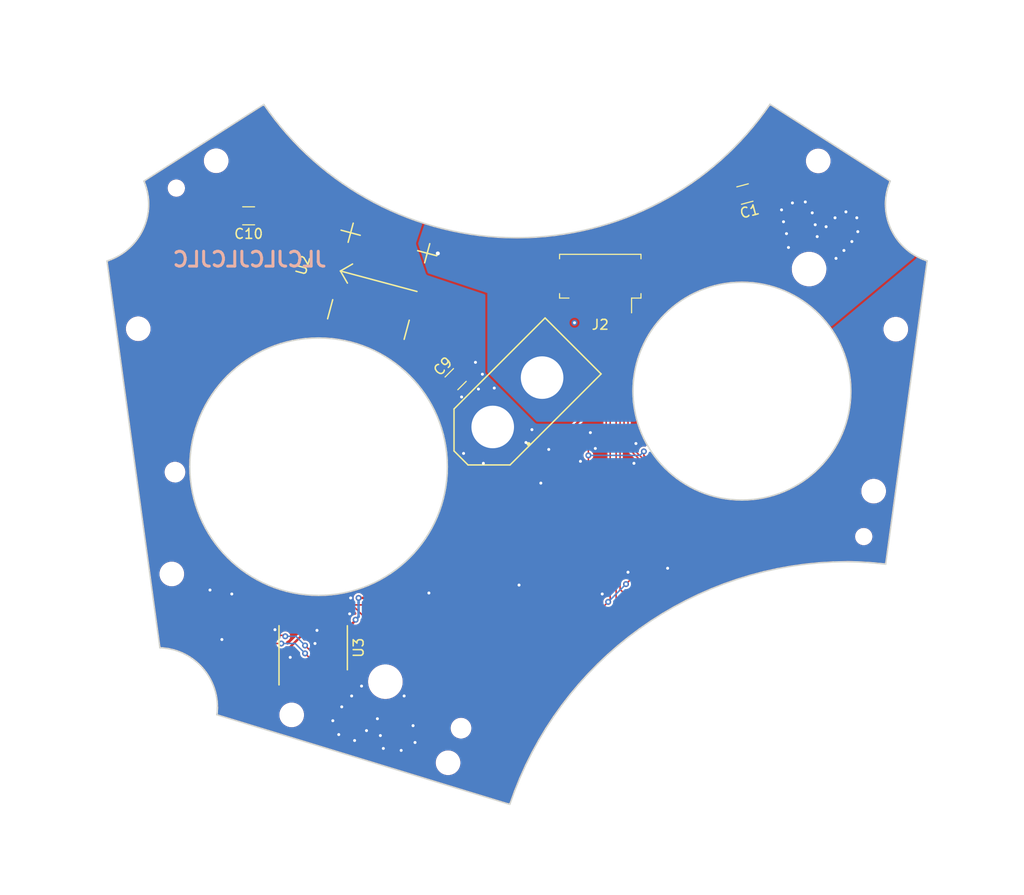
<source format=kicad_pcb>
(kicad_pcb (version 20241229) (generator "pcbnew") (generator_version "9.0")
  (layers (0 "F.Cu" signal) (2 "B.Cu" signal) (13 "F.Paste" user) (15 "B.Paste" user) (5 "F.SilkS" user) (7 "B.SilkS" user) (1 "F.Mask" user) (3 "B.Mask" user) (25 "Edge.Cuts" user))
  (net 0 "")
  (net 1 "Net-(J2-Pin_2)")
  (net 2 "Net-(J2-Pin_1)")
  (net 3 "Net-(J3-Pin_2)")
  (net 4 "Net-(J3-Pin_1)")
  (net 5 "Net-(J4-Pin_2)")
  (net 6 "Net-(J4-Pin_1)")
  (net 7 "Net-(Q1-G)")
  (net 8 "Net-(Q2-G)")
  (net 9 "Net-(U3-NRST)")
  (net 10 "Net-(U3-BOOT0)")
  (net 28 "GND")
  (net 29 "3V3")
  (net 30 "ESPEN")
  (net 35 "ESPRST")
  (net 36 "ESPRX")
  (net 39 "ESPTX")
  (net 40 "STMTX")
  (net 41 "STMRX")
  (net 42 "SWDIO")
  (net 43 "SWDCLK")
  (net 45 "24V")
  (footprint "Package_TO_SOT_SMD:SOT-23" (layer "F.Cu") (at 22.6 15 180)
    (property "Reference" "Q2" (hide yes))
    (property "Value" "AO3400")
  )
  (footprint "Package_TO_SOT_SMD:SOT-23" (layer "F.Cu") (at 28.8 13.6)
    (property "Reference" "Q1" (hide yes))
    (property "Value" "AO3400")
  )
  (footprint "Capacitor_SMD:C_0402_1005Metric" (layer "F.Cu") (at -5.1 9 180)
    (property "Reference" "C5" (hide yes))
    (property "Value" "100nF")
  )
  (footprint "Capacitor_SMD:C_0402_1005Metric" (layer "F.Cu") (at -24.9 25.592 -90)
    (property "Reference" "C8" (hide yes))
    (property "Value" "100nF")
  )
  (footprint "Resistor_SMD:R_0402_1005Metric" (layer "F.Cu") (at 25.8 12.8 180)
    (property "Reference" "R3" (hide yes))
    (property "Value" "10k")
  )
  (footprint "Resistor_SMD:R_0402_1005Metric" (layer "F.Cu") (at 25.8 15.4)
    (property "Reference" "R4" (hide yes))
    (property "Value" "10k")
  )
  (footprint "Resistor_SMD:R_0402_1005Metric" (layer "F.Cu") (at 8 -5.2 -90)
    (property "Reference" "R5" (hide yes))
    (property "Value" "10k")
  )
  (footprint "Resistor_SMD:R_0402_1005Metric" (layer "F.Cu") (at -19.8 29.6 180)
    (property "Reference" "R6" (hide yes))
    (property "Value" "10k")
  )
  (footprint "Resistor_SMD:R_0402_1005Metric" (layer "F.Cu") (at -24.9 27.878 90)
    (property "Reference" "R7" (hide yes))
    (property "Value" "10k")
  )
  (footprint "Resistor_SMD:R_0402_1005Metric" (layer "F.Cu") (at 9.2 -4.6 -90)
    (property "Reference" "R11" (hide yes))
    (property "Value" "10k")
  )
  (footprint "Capacitor_SMD:C_0402_1005Metric" (layer "F.Cu") (at 8.4 -0.6 -90)
    (property "Reference" "C7" (hide yes))
    (property "Value" "1uF")
  )
  (footprint "esp32-wrover:XCVR_ESP32-WROVER" (layer "F.Cu") (at 2.647987 17.472828 -45)
    (property "Reference" "U1" (hide yes))
    (property "Value" "ESP32-WROVER")
  )
  (footprint "outline:xt60-pcb" (layer "F.Cu") (at 0 0 -135)
    (property "Reference" "J1" (hide yes))
    (property "Value" "Conn_01x02_Male")
  )
  (footprint "Package_SO:TSSOP-20_4.4x6.5mm_P0.65mm" (layer "F.Cu") (at -20.582 24.83 90)
    (property "Reference" "U3")
    (property "Value" "STM32F030F4Px")
  )
  (footprint "outline:dcdc3a-12.5x17.4" (layer "F.Cu") (at -13.97 -12.192 -105)
    (property "Reference" "U2")
    (property "Value" "dcdc3a-12.5x17.4")
  )
  (footprint "Connector_Molex:Molex_PicoBlade_53261-0571_1x05-1MP_P1.25mm_Horizontal" (layer "F.Cu") (at 8.4 -12.2 180)
    (property "Reference" "J2")
    (property "Value" "Conn_01x05_Male")
  )
  (footprint "MountingHole:MountingHole_3.2mm_M3" (layer "F.Cu") (at -34.4 -21.6)
    (property "Reference" "REF**" (hide yes))
    (property "Value" "MountingHole_3.2mm_M3")
  )
  (footprint "MountingHole:MountingHole_3.2mm_M3" (layer "F.Cu") (at 35 13.6)
    (property "Reference" "REF**" (hide yes))
    (property "Value" "MountingHole_3.2mm_M3")
  )
  (footprint "outline:solderpad1" (layer "F.Cu") (at 28.6 -17.5 10)
    (property "Reference" "J6" (hide yes))
    (property "Value" "Conn_01x01_Male")
  )
  (footprint "outline:solderpad1" (layer "F.Cu") (at 32.3 -16.7 -40)
    (property "Reference" "J7" (hide yes))
    (property "Value" "Conn_01x01_Male")
  )
  (footprint "outline:solderpad1" (layer "F.Cu") (at -16 31.4 -40)
    (property "Reference" "J8" (hide yes))
    (property "Value" "Conn_01x01_Male")
  )
  (footprint "outline:solderpad1" (layer "F.Cu") (at -12.4 32.3 10)
    (property "Reference" "J9" (hide yes))
    (property "Value" "Conn_01x01_Male")
  )
  (footprint "Capacitor_SMD:C_1206_3216Metric" (layer "F.Cu") (at 23 -21 -165)
    (property "Reference" "C1")
    (property "Value" "10uF")
  )
  (footprint "Capacitor_SMD:C_1206_3216Metric" (layer "F.Cu") (at -6.2 -2.3 45)
    (property "Reference" "C9")
    (property "Value" "10uF")
  )
  (footprint "Capacitor_SMD:C_1206_3216Metric" (layer "F.Cu") (at -27.1 -18.8 180)
    (property "Reference" "C10")
    (property "Value" "10uF")
  )
  (footprint "Connector_PinHeader_2.54mm:PinHeader_1x02_P2.54mm_Vertical" (layer "F.Cu") (at -33.8 9.9 -83)
    (property "Reference" "J3" (hide yes))
    (property "Value" "Conn_01x02_Male")
  )
  (footprint "Connector_PinHeader_2.54mm:PinHeader_1x02_P2.54mm_Vertical" (layer "F.Cu") (at -9.56066 31.56066 135)
    (property "Reference" "J4" (hide yes))
    (property "Value" "Conn_01x02_Male")
  )
  (footprint "Connector_PinHeader_2.54mm:PinHeader_1x03_P2.54mm_Vertical" (layer "F.Cu") (at -25.8 21.6 -90)
    (property "Reference" "J5" (hide yes))
    (property "Value" "Conn_01x03_Male")
  )
  (footprint "outline:outline" (layer "B.Cu") (at 0 0)
    (property "Reference" "")
    (property "Value" "")
  )
  (gr_line (start 22.134375 -12.077962) (end 21.575758 -12.035478) (stroke (width 0.141421)) (layer "Edge.Cuts"))
  (gr_line (start -38.967633 -15.70335) (end -38.804383 -15.871622) (stroke (width 0.141421)) (layer "Edge.Cuts"))
  (gr_line (start 16.550341 -10.213635) (end 16.119079 -9.906956) (stroke (width 0.141421)) (layer "Edge.Cuts"))
  (gr_line (start 1.904152 -16.642938) (end 2.850274 -16.716907) (stroke (width 0.141421)) (layer "Edge.Cuts"))
  (gr_line (start 38.095515 -16.806371) (end 38.222968 -16.610218) (stroke (width 0.141421)) (layer "Edge.Cuts"))
  (gr_line (start -32.140614 26.455062) (end -32.35084 26.266622) (stroke (width 0.141421)) (layer "Edge.Cuts"))
  (gr_line (start -32.628047 9.787524) (end -32.45288 10.404426) (stroke (width 0.141421)) (layer "Edge.Cuts"))
  (gr_line (start 16.119079 -9.906956) (end 15.703541 -9.580406) (stroke (width 0.141421)) (layer "Edge.Cuts"))
  (gr_line (start 25.971419 -11.597717) (end 25.449438 -11.745948) (stroke (width 0.141421)) (layer "Edge.Cuts"))
  (gr_line (start -20.037537 -6.461103) (end -20.706495 -6.444174) (stroke (width 0.141421)) (layer "Edge.Cuts"))
  (gr_line (start -39.137554 -15.541371) (end -38.967633 -15.70335) (stroke (width 0.141421)) (layer "Edge.Cuts"))
  (gr_line (start -37.583453 -22.098769) (end -37.610735 -22.169063) (stroke (width 0.141421)) (layer "Edge.Cuts"))
  (gr_line (start 11.700576 -1.092437) (end 11.714897 -0.52639) (stroke (width 0.141421)) (layer "Edge.Cuts"))
  (gr_line (start 29.047971 16.399588) (end 27.643936 16.597621) (stroke (width 0.141421)) (layer "Edge.Cuts"))
  (gr_line (start -30.36519 29.642493) (end -30.429565 29.358016) (stroke (width 0.141421)) (layer "Edge.Cuts"))
  (gr_line (start 33.476764 1.124402) (end 33.573504 0.582721) (stroke (width 0.141421)) (layer "Edge.Cuts"))
  (gr_line (start 27.943568 8.57974) (end 28.404206 8.314876) (stroke (width 0.141421)) (layer "Edge.Cuts"))
  (gr_line (start -37.210348 -19.476663) (end -37.195512 -19.719662) (stroke (width 0.141421)) (layer "Edge.Cuts"))
  (gr_line (start -22.017302 19.38903) (end -21.366708 19.471715) (stroke (width 0.141421)) (layer "Edge.Cuts"))
  (gr_line (start 12.368082 -4.874529) (end 12.195142 -4.363434) (stroke (width 0.141421)) (layer "Edge.Cuts"))
  (gr_line (start 21.911373 -25.69432) (end 22.565619 -26.370835) (stroke (width 0.141421)) (layer "Edge.Cuts"))
  (gr_line (start -37.360369 -21.380713) (end -37.378582 -21.453625) (stroke (width 0.141421)) (layer "Edge.Cuts"))
  (gr_line (start -30.28563 31.445887) (end -30.281382 31.407256) (stroke (width 0.141421)) (layer "Edge.Cuts"))
  (gr_line (start 12.368083 2.689655) (end 12.56504 3.189172) (stroke (width 0.141421)) (layer "Edge.Cuts"))
  (gr_line (start 31.896819 16.169124) (end 30.466029 16.256446) (stroke (width 0.141421)) (layer "Edge.Cuts"))
  (gr_line (start -37.268816 -18.997595) (end -37.234838 -19.235898) (stroke (width 0.141421)) (layer "Edge.Cuts"))
  (gr_line (start 8.140044 26.473252) (end 7.171939 27.462291) (stroke (width 0.141421)) (layer "Edge.Cuts"))
  (gr_line (start 22.700422 -12.092283) (end 22.134375 -12.077962) (stroke (width 0.141421)) (layer "Edge.Cuts"))
  (gr_line (start 10.182877 24.613395) (end 9.14412 25.52331) (stroke (width 0.141421)) (layer "Edge.Cuts"))
  (gr_line (start -35.458646 24.880757) (end -35.755815 24.849128) (stroke (width 0.141421)) (layer "Edge.Cuts"))
  (gr_line (start 24.917261 9.683903) (end 25.449437 9.561072) (stroke (width 0.141421)) (layer "Edge.Cuts"))
  (gr_line (start -33.032799 25.762169) (end -33.276051 25.615506) (stroke (width 0.141421)) (layer "Edge.Cuts"))
  (gr_line (start 23.825085 9.850601) (end 24.37558 9.780643) (stroke (width 0.141421)) (layer "Edge.Cuts"))
  (gr_line (start 13.028243 -6.335584) (end 12.785323 -5.861295) (stroke (width 0.141421)) (layer "Edge.Cuts"))
  (gr_line (start -37.207656 -20.416564) (end -37.213815 -20.491578) (stroke (width 0.141421)) (layer "Edge.Cuts"))
  (gr_line (start 14.212453 -8.089318) (end 13.885903 -7.67378) (stroke (width 0.141421)) (layer "Edge.Cuts"))
  (gr_line (start -23.28634 -6.051782) (end -23.90322 -5.876599) (stroke (width 0.141421)) (layer "Edge.Cuts"))
  (gr_line (start 11.045149 -18.632291) (end 11.909639 -18.978434) (stroke (width 0.141421)) (layer "Edge.Cuts"))
  (gr_line (start -31.083142 27.773564) (end -31.233373 27.533247) (stroke (width 0.141421)) (layer "Edge.Cuts"))
  (gr_line (start -0.246606 39.298643) (end -0.733806 40.656435) (stroke (width 0.141421)) (layer "Edge.Cuts"))
  (gr_line (start 31.51494 5.488905) (end 31.821619 5.057642) (stroke (width 0.141421)) (layer "Edge.Cuts"))
  (gr_line (start 14.558183 -8.488441) (end 14.212453 -8.089318) (stroke (width 0.141421)) (layer "Edge.Cuts"))
  (gr_line (start -33.276051 25.615506) (end -33.526688 25.480185) (stroke (width 0.141421)) (layer "Edge.Cuts"))
  (gr_line (start -40.499854 -14.602669) (end -40.28788 -14.714282) (stroke (width 0.141421)) (layer "Edge.Cuts"))
  (gr_line (start 15.851686 20.696731) (end 14.658892 21.392579) (stroke (width 0.141421)) (layer "Edge.Cuts"))
  (gr_line (start 33.685947 -0.52639) (end 33.700268 -1.092437) (stroke (width 0.141421)) (layer "Edge.Cuts"))
  (gr_line (start -23.226556 -27.049934) (end -22.590739 -26.352269) (stroke (width 0.141421)) (layer "Edge.Cuts"))
  (gr_line (start 14.212454 5.904443) (end 14.558184 6.303566) (stroke (width 0.141421)) (layer "Edge.Cuts"))
  (gr_line (start 23.825086 -12.035478) (end 23.266469 -12.077962) (stroke (width 0.141421)) (layer "Edge.Cuts"))
  (gr_line (start -10.845092 -2.653673) (end -11.296582 -3.084111) (stroke (width 0.141421)) (layer "Edge.Cuts"))
  (gr_line (start -11.768112 16.57031) (end -11.296401 16.161705) (stroke (width 0.141421)) (layer "Edge.Cuts"))
  (gr_line (start 37.975714 -17.007464) (end 38.095515 -16.806371) (stroke (width 0.141421)) (layer "Edge.Cuts"))
  (gr_line (start 1.510874 35.402248) (end 0.877025 36.67062) (stroke (width 0.141421)) (layer "Edge.Cuts"))
  (gr_line (start -39.880628 -14.960897) (end -39.685682 -15.095448) (stroke (width 0.141421)) (layer "Edge.Cuts"))
  (gr_line (start -37.213815 -20.491578) (end -37.220912 -20.566482) (stroke (width 0.141421)) (layer "Edge.Cuts"))
  (gr_line (start -32.015753 11.598817) (end -31.755428 12.174672) (stroke (width 0.141421)) (layer "Edge.Cuts"))
  (gr_line (start 37.208291 -20.420171) (end 37.202885 -20.34515) (stroke (width 0.141421)) (layer "Edge.Cuts"))
  (gr_line (start -37.483334 -21.81467) (end -37.507009 -21.886116) (stroke (width 0.141421)) (layer "Edge.Cuts"))
  (gr_line (start -37.531589 -21.957286) (end -37.557071 -22.028174) (stroke (width 0.141421)) (layer "Edge.Cuts"))
  (gr_line (start 23.815637 -27.78757) (end 24.410266 -28.527187) (stroke (width 0.141421)) (layer "Edge.Cuts"))
  (gr_line (start 33.700268 -1.092437) (end 33.685947 -1.658484) (stroke (width 0.141421)) (layer "Edge.Cuts"))
  (gr_line (start 2.850274 -16.716907) (end 3.790802 -16.819451) (stroke (width 0.141421)) (layer "Edge.Cuts"))
  (gr_line (start 15.304418 -9.234676) (end 14.922401 -8.870458) (stroke (width 0.141421)) (layer "Edge.Cuts"))
  (gr_line (start 24.883099 17.154645) (end 23.528879 17.511778) (stroke (width 0.141421)) (layer "Edge.Cuts"))
  (gr_line (start -31.468183 0.342239) (end -31.755269 0.902756) (stroke (width 0.141421)) (layer "Edge.Cuts"))
  (gr_line (start -17.417514 19.274782) (end -16.788548 19.129626) (stroke (width 0.141421)) (layer "Edge.Cuts"))
  (gr_line (start 36.609934 16.322913) (end 36.489157 16.310779) (stroke (width 0.141421)) (layer "Edge.Cuts"))
  (gr_line (start -33.020357 7.207598) (end -32.970167 7.867793) (stroke (width 0.141421)) (layer "Edge.Cuts"))
  (gr_line (start 19.951407 9.561072) (end 20.483583 9.683903) (stroke (width 0.141421)) (layer "Edge.Cuts"))
  (gr_line (start -8.059006 1.478465) (end -8.319354 0.90262) (stroke (width 0.141421)) (layer "Edge.Cuts"))
  (gr_line (start -32.35084 26.266622) (end -32.569845 26.088087) (stroke (width 0.141421)) (layer "Edge.Cuts"))
  (gr_line (start 37.464157 -21.744549) (end 37.442152 -21.672707) (stroke (width 0.141421)) (layer "Edge.Cuts"))
  (gr_line (start -32.015604 1.47859) (end -32.248372 2.068922) (stroke (width 0.141421)) (layer "Edge.Cuts"))
  (gr_line (start -37.557071 -22.028174) (end -37.583453 -22.098769) (stroke (width 0.141421)) (layer "Edge.Cuts"))
  (gr_line (start -21.366671 -6.393961) (end -22.017248 -6.31128) (stroke (width 0.141421)) (layer "Edge.Cuts"))
  (gr_line (start -18.390538 -22.625662) (end -17.63163 -22.083939) (stroke (width 0.141421)) (layer "Edge.Cuts"))
  (gr_line (start -37.662659 -17.632071) (end -37.575231 -17.850877) (stroke (width 0.141421)) (layer "Edge.Cuts"))
  (gr_line (start -26.233918 -4.892026) (end -26.778302 -4.579007) (stroke (width 0.141421)) (layer "Edge.Cuts"))
  (gr_line (start -7.495366 -17.501178) (end -6.582257 -17.288253) (stroke (width 0.141421)) (layer "Edge.Cuts"))
  (gr_line (start 32.107736 4.611347) (end 32.3726 4.150709) (stroke (width 0.141421)) (layer "Edge.Cuts"))
  (gr_line (start -20.037537 19.538861) (end -19.368541 19.521957) (stroke (width 0.141421)) (layer "Edge.Cuts"))
  (gr_line (start -12.259224 16.956246) (end -11.768112 16.57031) (stroke (width 0.141421)) (layer "Edge.Cuts"))
  (gr_line (start -30.5979 28.80511) (end -30.701161 28.537401) (stroke (width 0.141421)) (layer "Edge.Cuts"))
  (gr_line (start 11.92408 1.124402) (end 12.046912 1.656579) (stroke (width 0.141421)) (layer "Edge.Cuts"))
  (gr_line (start -8.400047 -17.741204) (end -7.495366 -17.501178) (stroke (width 0.141421)) (layer "Edge.Cuts"))
  (gr_line (start 32.372601 -6.335584) (end 32.107737 -6.796222) (stroke (width 0.141421)) (layer "Edge.Cuts"))
  (gr_line (start -37.862333 -17.206802) (end -37.758415 -17.417305) (stroke (width 0.141421)) (layer "Edge.Cuts"))
  (gr_line (start 33.643463 -2.2171) (end 33.573505 -2.767595) (stroke (width 0.141421)) (layer "Edge.Cuts"))
  (gr_line (start -37.283089 -21.013121) (end -37.296701 -21.087015) (stroke (width 0.141421)) (layer "Edge.Cuts"))
  (gr_line (start 37.363219 -21.382923) (end 37.345766 -21.309916) (stroke (width 0.141421)) (layer "Edge.Cuts"))
  (gr_line (start -30.273637 31.329921) (end -30.27014 31.291219) (stroke (width 0.141421)) (layer "Edge.Cuts"))
  (gr_line (start 12.195143 2.17856) (end 12.368083 2.689655) (stroke (width 0.141421)) (layer "Edge.Cuts"))
  (gr_line (start -37.667987 -22.308713) (end -25.565365 -30.048294) (stroke (width 0.141421)) (layer "Edge.Cuts"))
  (gr_line (start -28.306492 -3.492514) (end -28.778178 -3.083927) (stroke (width 0.141421)) (layer "Edge.Cuts"))
  (gr_line (start -22.65741 -6.196948) (end -23.28634 -6.051782) (stroke (width 0.141421)) (layer "Edge.Cuts"))
  (gr_line (start 36.851374 16.348405) (end 36.730674 16.335455) (stroke (width 0.141421)) (layer "Edge.Cuts"))
  (gr_line (start -30.248248 30.864384) (end -30.247767 30.825511) (stroke (width 0.141421)) (layer "Edge.Cuts"))
  (gr_line (start 14.432997 -20.169005) (end 15.248841 -20.615572) (stroke (width 0.141421)) (layer "Edge.Cuts"))
  (gr_line (start 20.879293 18.378639) (end 19.586509 18.886509) (stroke (width 0.141421)) (layer "Edge.Cuts"))
  (gr_line (start -11.296582 -3.084111) (end -11.768288 -3.492697) (stroke (width 0.141421)) (layer "Edge.Cuts"))
  (gr_line (start 37.249345 -20.793559) (end 37.23927 -20.719139) (stroke (width 0.141421)) (layer "Edge.Cuts"))
  (gr_line (start 30.096425 7.0498) (end 30.478441 6.685582) (stroke (width 0.141421)) (layer "Edge.Cuts"))
  (gr_line (start -15.567695 -5.672351) (end -16.171731 -5.876722) (stroke (width 0.141421)) (layer "Edge.Cuts"))
  (gr_line (start -38.221404 -16.603135) (end -38.093993 -16.799492) (stroke (width 0.141421)) (layer "Edge.Cuts"))
  (gr_line (start 38.649586 -16.053642) (end 38.805993 -15.879495) (stroke (width 0.141421)) (layer "Edge.Cuts"))
  (gr_line (start 21.238396 -25.039443) (end 21.911373 -25.69432) (stroke (width 0.141421)) (layer "Edge.Cuts"))
  (gr_line (start 35.642743 16.237253) (end 35.5217 16.228381) (stroke (width 0.141421)) (layer "Edge.Cuts"))
  (gr_line (start 24.410266 -28.527187) (end 24.983881 -29.287235) (stroke (width 0.141421)) (layer "Edge.Cuts"))
  (gr_line (start 30.478443 -8.870458) (end 30.096426 -9.234676) (stroke (width 0.141421)) (layer "Edge.Cuts"))
  (gr_line (start -30.507251 29.078768) (end -30.5979 28.80511) (stroke (width 0.141421)) (layer "Edge.Cuts"))
  (gr_line (start -18.708364 -6.39401) (end -19.36856 -6.4442) (stroke (width 0.141421)) (layer "Edge.Cuts"))
  (gr_line (start 21.025264 9.780643) (end 21.575759 9.850601) (stroke (width 0.141421)) (layer "Edge.Cuts"))
  (gr_line (start -34.048722 25.245012) (end -34.319423 25.145879) (stroke (width 0.141421)) (layer "Edge.Cuts"))
  (gr_line (start -31.755269 0.902756) (end -32.015604 1.47859) (stroke (width 0.141421)) (layer "Edge.Cuts"))
  (gr_line (start 28.404206 8.314876) (end 28.850502 8.028759) (stroke (width 0.141421)) (layer "Edge.Cuts"))
  (gr_line (start -11.057801 -18.620874) (end -10.181837 -18.301354) (stroke (width 0.141421)) (layer "Edge.Cuts"))
  (gr_line (start 32.615521 -5.861295) (end 32.372601 -6.335584) (stroke (width 0.141421)) (layer "Edge.Cuts"))
  (gr_line (start -35.755815 24.849128) (end -36.057231 24.832078) (stroke (width 0.141421)) (layer "Edge.Cuts"))
  (gr_line (start 33.33905 16.138552) (end 31.896819 16.169124) (stroke (width 0.141421)) (layer "Edge.Cuts"))
  (gr_line (start 40.289025 -14.723508) (end 40.500894 -14.612032) (stroke (width 0.141421)) (layer "Edge.Cuts"))
  (gr_line (start 37.576344 -17.856729) (end 37.66388 -17.638128) (stroke (width 0.141421)) (layer "Edge.Cuts"))
  (gr_line (start -32.569845 26.088087) (end -32.797281 25.919816) (stroke (width 0.141421)) (layer "Edge.Cuts"))
  (gr_line (start -30.068671 -1.730335) (end -30.454591 -1.239249) (stroke (width 0.141421)) (layer "Edge.Cuts"))
  (gr_line (start -25.565365 -30.048294) (end -25.012476 -29.268152) (stroke (width 0.141421)) (layer "Edge.Cuts"))
  (gr_line (start 37.587726 -22.0997) (end 37.561213 -22.02924) (stroke (width 0.141421)) (layer "Edge.Cuts"))
  (gr_line (start -25.673538 18.256804) (end -25.097693 18.517152) (stroke (width 0.141421)) (layer "Edge.Cuts"))
  (gr_line (start 33.573504 0.582721) (end 33.643462 0.032227) (stroke (width 0.141421)) (layer "Edge.Cuts"))
  (gr_line (start -33.020331 5.869662) (end -33.03726 6.53862) (stroke (width 0.141421)) (layer "Edge.Cuts"))
  (gr_line (start 38.969224 -15.711411) (end 39.139114 -15.549617) (stroke (width 0.141421)) (layer "Edge.Cuts"))
  (gr_line (start 23.528879 17.511778) (end 22.193847 17.920085) (stroke (width 0.141421)) (layer "Edge.Cuts"))
  (gr_line (start -7.82609 11.008575) (end -7.621709 10.404526) (stroke (width 0.141421)) (layer "Edge.Cuts"))
  (gr_line (start -8.606287 12.735357) (end -8.319195 12.174808) (stroke (width 0.141421)) (layer "Edge.Cuts"))
  (gr_line (start -41.39954 -14.23944) (end -41.167182 -14.317313) (stroke (width 0.141421)) (layer "Edge.Cuts"))
  (gr_line (start 19.838537 -23.795808) (end 20.54726 -24.406506) (stroke (width 0.141421)) (layer "Edge.Cuts"))
  (gr_line (start -13.619103 -19.733601) (end -12.777006 -19.337299) (stroke (width 0.141421)) (layer "Edge.Cuts"))
  (gr_line (start 11.82734 0.582721) (end 11.92408 1.124402) (stroke (width 0.141421)) (layer "Edge.Cuts"))
  (gr_line (start -27.305902 17.318518) (end -26.778459 17.65667) (stroke (width 0.141421)) (layer "Edge.Cuts"))
  (gr_line (start -27.305737 -4.24087) (end -27.815406 -3.878434) (stroke (width 0.141421)) (layer "Edge.Cuts"))
  (gr_line (start -20.569769 -24.388718) (end -19.86018 -23.778353) (stroke (width 0.141421)) (layer "Edge.Cuts"))
  (gr_line (start 12.56504 3.189172) (end 12.785324 3.67642) (stroke (width 0.141421)) (layer "Edge.Cuts"))
  (gr_line (start 24.917261 -11.868779) (end 24.37558 -11.96552) (stroke (width 0.141421)) (layer "Edge.Cuts"))
  (gr_line (start 12.785324 3.67642) (end 13.028244 4.150709) (stroke (width 0.141421)) (layer "Edge.Cuts"))
  (gr_line (start 26.482514 -11.424777) (end 25.971419 -11.597717) (stroke (width 0.141421)) (layer "Edge.Cuts"))
  (gr_line (start -7.826227 2.068809) (end -8.059006 1.478465) (stroke (width 0.141421)) (layer "Edge.Cuts"))
  (gr_line (start -30.27014 31.291219) (end -30.266894 31.252497) (stroke (width 0.141421)) (layer "Edge.Cuts"))
  (gr_line (start -30.299878 31.56162) (end -30.294878 31.52307) (stroke (width 0.141421)) (layer "Edge.Cuts"))
  (gr_line (start 38.222968 -16.610218) (end 38.357908 -16.419228) (stroke (width 0.141421)) (layer "Edge.Cuts"))
  (gr_line (start -4.733044 -16.944912) (end -3.798085 -16.815099) (stroke (width 0.141421)) (layer "Edge.Cuts"))
  (gr_line (start 16.83919 -21.58146) (end 17.612552 -22.100178) (stroke (width 0.141421)) (layer "Edge.Cuts"))
  (gr_line (start 38.805993 -15.879495) (end 38.969224 -15.711411) (stroke (width 0.141421)) (layer "Edge.Cuts"))
  (gr_line (start -37.575231 -17.850877) (end -37.496298 -18.073496) (stroke (width 0.141421)) (layer "Edge.Cuts"))
  (gr_line (start 32.3726 4.150709) (end 32.61552 3.67642) (stroke (width 0.141421)) (layer "Edge.Cuts"))
  (gr_line (start 37.487068 -21.816132) (end 37.464157 -21.744549) (stroke (width 0.141421)) (layer "Edge.Cuts"))
  (gr_line (start 2.191024 34.165542) (end 1.510874 35.402248) (stroke (width 0.141421)) (layer "Edge.Cuts"))
  (gr_line (start 17.457276 8.57974) (end 17.931564 8.822659) (stroke (width 0.141421)) (layer "Edge.Cuts"))
  (gr_line (start 26.982031 9.042943) (end 27.46928 8.822659) (stroke (width 0.141421)) (layer "Edge.Cuts"))
  (gr_line (start 0.877025 36.67062) (end 0.290768 37.969728) (stroke (width 0.141421)) (layer "Edge.Cuts"))
  (gr_line (start 12.046912 1.656579) (end 12.195143 2.17856) (stroke (width 0.141421)) (layer "Edge.Cuts"))
  (gr_line (start 16.11908 7.72208) (end 16.550342 8.028759) (stroke (width 0.141421)) (layer "Edge.Cuts"))
  (gr_line (start -21.366708 19.471715) (end -20.706514 19.521931) (stroke (width 0.141421)) (layer "Edge.Cuts"))
  (gr_line (start -7.104444 5.20945) (end -7.187129 4.558856) (stroke (width 0.141421)) (layer "Edge.Cuts"))
  (gr_line (start 35.158404 16.204215) (end 35.037254 16.196977) (stroke (width 0.141421)) (layer "Edge.Cuts"))
  (gr_line (start -7.054202 7.207616) (end -7.037298 6.53862) (stroke (width 0.141421)) (layer "Edge.Cuts"))
  (gr_line (start 9.28454 -18.017888) (end 10.169926 -18.312009) (stroke (width 0.141421)) (layer "Edge.Cuts"))
  (gr_line (start 37.221913 -20.569896) (end 37.214634 -20.495089) (stroke (width 0.141421)) (layer "Edge.Cuts"))
  (gr_line (start 37.198418 -20.270035) (end 37.194893 -20.194834) (stroke (width 0.141421)) (layer "Edge.Cuts"))
  (gr_line (start 29.697302 7.39553) (end 30.096425 7.0498) (stroke (width 0.141421)) (layer "Edge.Cuts"))
  (gr_line (start 21.575759 9.850601) (end 22.134375 9.893086) (stroke (width 0.141421)) (layer "Edge.Cuts"))
  (gr_line (start 35.037254 16.196977) (end 34.916078 16.190147) (stroke (width 0.141421)) (layer "Edge.Cuts"))
  (gr_line (start -7.054228 5.869644) (end -7.104444 5.20945) (stroke (width 0.141421)) (layer "Edge.Cuts"))
  (gr_line (start 11.909639 -18.978434) (end 12.762825 -19.350135) (stroke (width 0.141421)) (layer "Edge.Cuts"))
  (gr_line (start 30.84266 6.303566) (end 31.18839 5.904443) (stroke (width 0.141421)) (layer "Edge.Cuts"))
  (gr_line (start -32.45288 10.404426) (end -32.248509 11.008463) (stroke (width 0.141421)) (layer "Edge.Cuts"))
  (gr_line (start -37.758415 -17.417305) (end -37.662659 -17.632071) (stroke (width 0.141421)) (layer "Edge.Cuts"))
  (gr_line (start 14.558184 6.303566) (end 14.922402 6.685582) (stroke (width 0.141421)) (layer "Edge.Cuts"))
  (gr_line (start 13.579224 -7.242517) (end 13.293107 -6.796222) (stroke (width 0.141421)) (layer "Edge.Cuts"))
  (gr_line (start 36.368343 16.299051) (end 36.247493 16.287732) (stroke (width 0.141421)) (layer "Edge.Cuts"))
  (gr_line (start -11.923049 -18.96629) (end -11.057801 -18.620874) (stroke (width 0.141421)) (layer "Edge.Cuts"))
  (gr_line (start 39.139114 -15.549617) (end 39.315498 -15.394336) (stroke (width 0.141421)) (layer "Edge.Cuts"))
  (gr_line (start 35.763756 16.246533) (end 35.642743 16.237253) (stroke (width 0.141421)) (layer "Edge.Cuts"))
  (gr_line (start -33.03726 6.53862) (end -33.020357 7.207598) (stroke (width 0.141421)) (layer "Edge.Cuts"))
  (gr_line (start -7.037298 6.53862) (end -7.054228 5.869644) (stroke (width 0.141421)) (layer "Edge.Cuts"))
  (gr_line (start -8.319195 12.174808) (end -8.058857 11.598942) (stroke (width 0.141421)) (layer "Edge.Cuts"))
  (gr_line (start 17.612552 -22.100178) (end 18.370612 -22.642343) (stroke (width 0.141421)) (layer "Edge.Cuts"))
  (gr_line (start -32.970118 5.209486) (end -33.020331 5.869662) (stroke (width 0.141421)) (layer "Edge.Cuts"))
  (gr_line (start 37.213233 16.389699) (end 37.092655 16.375527) (stroke (width 0.141421)) (layer "Edge.Cuts"))
  (gr_line (start 30.096426 -9.234676) (end 29.697303 -9.580406) (stroke (width 0.141421)) (layer "Edge.Cuts"))
  (gr_line (start -10.005848 14.808046) (end -9.619912 14.316934) (stroke (width 0.141421)) (layer "Edge.Cuts"))
  (gr_line (start 33.685947 -1.658484) (end 33.643463 -2.2171) (stroke (width 0.141421)) (layer "Edge.Cuts"))
  (gr_line (start -13.296541 -4.57918) (end -13.840947 -4.892193) (stroke (width 0.141421)) (layer "Edge.Cuts"))
  (gr_line (start 37.234998 -19.240568) (end 37.269172 -19.002453) (stroke (width 0.141421)) (layer "Edge.Cuts"))
  (gr_line (start 33.460448 16.140066) (end 33.33905 16.138552) (stroke (width 0.141421)) (layer "Edge.Cuts"))
  (gr_line (start -7.104394 7.86783) (end -7.054202 7.207616) (stroke (width 0.141421)) (layer "Edge.Cuts"))
  (gr_line (start 39.315498 -15.394336) (end 39.49821 -15.245793) (stroke (width 0.141421)) (layer "Edge.Cuts"))
  (gr_line (start 11.255024 23.744435) (end 10.182877 24.613395) (stroke (width 0.141421)) (layer "Edge.Cuts"))
  (gr_line (start -32.797281 25.919816) (end -33.032799 25.762169) (stroke (width 0.141421)) (layer "Edge.Cuts"))
  (gr_line (start 36.247493 16.287732) (end 36.126608 16.27682) (stroke (width 0.141421)) (layer "Edge.Cuts"))
  (gr_line (start 33.353933 -3.841453) (end 33.205702 -4.363434) (stroke (width 0.141421)) (layer "Edge.Cuts"))
  (gr_line (start 18.316786 19.442768) (end 17.071414 20.046485) (stroke (width 0.141421)) (layer "Edge.Cuts"))
  (gr_line (start -37.234838 -19.235898) (end -37.210348 -19.476663) (stroke (width 0.141421)) (layer "Edge.Cuts"))
  (gr_line (start -25.673401 -5.179111) (end -26.233918 -4.892026) (stroke (width 0.141421)) (layer "Edge.Cuts"))
  (gr_line (start 37.497287 -18.079144) (end 37.576344 -17.856729) (stroke (width 0.141421)) (layer "Edge.Cuts"))
  (gr_line (start -31.394474 27.300677) (end -31.566097 27.076214) (stroke (width 0.141421)) (layer "Edge.Cuts"))
  (gr_line (start -37.638913 -22.239047) (end -37.667987 -22.308713) (stroke (width 0.141421)) (layer "Edge.Cuts"))
  (gr_line (start -10.414637 -2.202201) (end -10.845092 -2.653673) (stroke (width 0.141421)) (layer "Edge.Cuts"))
  (gr_line (start 27.46928 8.822659) (end 27.943568 8.57974) (stroke (width 0.141421)) (layer "Edge.Cuts"))
  (gr_line (start -27.815578 16.956065) (end -27.305902 17.318518) (stroke (width 0.141421)) (layer "Edge.Cuts"))
  (gr_line (start -18.708328 19.471765) (end -18.057713 19.389101) (stroke (width 0.141421)) (layer "Edge.Cuts"))
  (gr_line (start -2.856987 -16.713593) (end -1.910323 -16.640695) (stroke (width 0.141421)) (layer "Edge.Cuts"))
  (gr_line (start -37.258642 -20.86483) (end -37.270402 -20.939056) (stroke (width 0.141421)) (layer "Edge.Cuts"))
  (gr_line (start -31.155338 13.279617) (end -30.817207 13.807074) (stroke (width 0.141421)) (layer "Edge.Cuts"))
  (gr_line (start -9.619912 14.316934) (end -9.257462 13.807237) (stroke (width 0.141421)) (layer "Edge.Cuts"))
  (gr_line (start 37.426876 -18.305149) (end 37.497287 -18.079144) (stroke (width 0.141421)) (layer "Edge.Cuts"))
  (gr_line (start 33.573505 -2.767595) (end 33.476764 -3.309276) (stroke (width 0.141421)) (layer "Edge.Cuts"))
  (gr_line (start 19.429425 9.41284) (end 19.951407 9.561072) (stroke (width 0.141421)) (layer "Edge.Cuts"))
  (gr_line (start -31.566097 27.076214) (end -31.747894 26.860218) (stroke (width 0.141421)) (layer "Edge.Cuts"))
  (gr_line (start 7.485566 -17.509339) (end 8.389563 -17.750231) (stroke (width 0.141421)) (layer "Edge.Cuts"))
  (gr_line (start 17.457275 -10.764616) (end 16.996637 -10.499752) (stroke (width 0.141421)) (layer "Edge.Cuts"))
  (gr_line (start -37.237912 -20.715927) (end -37.247812 -20.790451) (stroke (width 0.141421)) (layer "Edge.Cuts"))
  (gr_line (start -23.286425 19.129519) (end -22.65748 19.274692) (stroke (width 0.141421)) (layer "Edge.Cuts"))
  (gr_line (start 36.972035 16.361763) (end 36.851374 16.348405) (stroke (width 0.141421)) (layer "Edge.Cuts"))
  (gr_line (start 18.418812 -11.22782) (end 17.931564 -11.007536) (stroke (width 0.141421)) (layer "Edge.Cuts"))
  (gr_line (start 24.37558 -11.96552) (end 23.825086 -12.035478) (stroke (width 0.141421)) (layer "Edge.Cuts"))
  (gr_line (start 11.92408 -3.309276) (end 11.827339 -2.767595) (stroke (width 0.141421)) (layer "Edge.Cuts"))
  (gr_line (start 19.112797 -23.207654) (end 19.838537 -23.795808) (stroke (width 0.141421)) (layer "Edge.Cuts"))
  (gr_line (start 41.167844 -14.327033) (end 41.400058 -14.249259) (stroke (width 0.141421)) (layer "Edge.Cuts"))
  (gr_line (start -1.910323 -16.640695) (end -0.958665 -16.596707) (stroke (width 0.141421)) (layer "Edge.Cuts"))
  (gr_line (start -10.006032 -1.730511) (end -10.414637 -2.202201) (stroke (width 0.141421)) (layer "Edge.Cuts"))
  (gr_line (start -24.507235 -5.672215) (end -25.097567 -5.439447) (stroke (width 0.141421)) (layer "Edge.Cuts"))
  (gr_line (start 31.821619 5.057642) (end 32.107736 4.611347) (stroke (width 0.141421)) (layer "Edge.Cuts"))
  (gr_line (start 20.54726 -24.406506) (end 21.238396 -25.039443) (stroke (width 0.141421)) (layer "Edge.Cuts"))
  (gr_line (start 35.27953 16.211863) (end 35.158404 16.204215) (stroke (width 0.141421)) (layer "Edge.Cuts"))
  (gr_line (start 34.673659 16.177712) (end 34.552417 16.172107) (stroke (width 0.141421)) (layer "Edge.Cuts"))
  (gr_line (start 37.19231 -20.119556) (end 37.190671 -20.04421) (stroke (width 0.141421)) (layer "Edge.Cuts"))
  (gr_line (start -31.155164 -0.202145) (end -31.468183 0.342239) (stroke (width 0.141421)) (layer "Edge.Cuts"))
  (gr_line (start -17.417584 -6.197038) (end -18.057766 -6.311351) (stroke (width 0.141421)) (layer "Edge.Cuts"))
  (gr_line (start 37.615136 -22.169858) (end 37.587726 -22.0997) (stroke (width 0.141421)) (layer "Edge.Cuts"))
  (gr_line (start -7.187058 8.518444) (end -7.104394 7.86783) (stroke (width 0.141421)) (layer "Edge.Cuts"))
  (gr_line (start -37.228945 -20.641268) (end -37.237912 -20.715927) (stroke (width 0.141421)) (layer "Edge.Cuts"))
  (gr_line (start -16.788633 -6.05189) (end -17.417584 -6.197038) (stroke (width 0.141421)) (layer "Edge.Cuts"))
  (gr_line (start 15.304419 7.0498) (end 15.703542 7.39553) (stroke (width 0.141421)) (layer "Edge.Cuts"))
  (gr_line (start -37.460564 -21.742959) (end -37.483334 -21.81467) (stroke (width 0.141421)) (layer "Edge.Cuts"))
  (gr_line (start -37.195512 -19.719662) (end -37.190496 -19.964671) (stroke (width 0.141421)) (layer "Edge.Cuts"))
  (gr_line (start -11.296401 16.161705) (end -10.844909 15.731248) (stroke (width 0.141421)) (layer "Edge.Cuts"))
  (gr_line (start -32.627939 3.289817) (end -32.773105 3.918747) (stroke (width 0.141421)) (layer "Edge.Cuts"))
  (gr_line (start 26.255215 16.849617) (end 24.883099 17.154645) (stroke (width 0.141421)) (layer "Edge.Cuts"))
  (gr_line (start -30.816688 28.276) (end -30.944131 28.021268) (stroke (width 0.141421)) (layer "Edge.Cuts"))
  (gr_line (start -38.804383 -15.871622) (end -38.647969 -16.045962) (stroke (width 0.141421)) (layer "Edge.Cuts"))
  (gr_line (start 12.046911 -3.841453) (end 11.92408 -3.309276) (stroke (width 0.141421)) (layer "Edge.Cuts"))
  (gr_line (start -30.281382 31.407256) (end -30.277384 31.3686) (stroke (width 0.141421)) (layer "Edge.Cuts"))
  (gr_line (start 37.189979 -19.968804) (end 37.195236 -19.723968) (stroke (width 0.141421)) (layer "Edge.Cuts"))
  (gr_line (start 23.200564 -27.068685) (end 23.815637 -27.78757) (stroke (width 0.141421)) (layer "Edge.Cuts"))
  (gr_line (start -16.171632 18.95445) (end -15.567582 18.750069) (stroke (width 0.141421)) (layer "Edge.Cuts"))
  (gr_line (start -30.249966 30.942107) (end -30.248982 30.90325) (stroke (width 0.141421)) (layer "Edge.Cuts"))
  (gr_line (start -39.313979 -15.385911) (end -39.137554 -15.541371) (stroke (width 0.141421)) (layer "Edge.Cuts"))
  (gr_line (start 18.91833 -11.424777) (end 18.418812 -11.22782) (stroke (width 0.141421)) (layer "Edge.Cuts"))
  (gr_line (start 4.725167 -16.950267) (end 5.652797 -17.109055) (stroke (width 0.141421)) (layer "Edge.Cuts"))
  (gr_line (start 25.971419 9.41284) (end 26.482514 9.239901) (stroke (width 0.141421)) (layer "Edge.Cuts"))
  (gr_line (start 34.067255 16.153777) (end 33.945922 16.150217) (stroke (width 0.141421)) (layer "Edge.Cuts"))
  (gr_line (start -12.777006 -19.337299) (end -11.923049 -18.96629) (stroke (width 0.141421)) (layer "Edge.Cuts"))
  (gr_line (start 3.790802 -16.819451) (end 4.725167 -16.950267) (stroke (width 0.141421)) (layer "Edge.Cuts"))
  (gr_line (start -21.261773 -25.02136) (end -20.569769 -24.388718) (stroke (width 0.141421)) (layer "Edge.Cuts"))
  (gr_line (start 3.685062 31.790839) (end 2.916184 32.961429) (stroke (width 0.141421)) (layer "Edge.Cuts"))
  (gr_line (start -22.65748 19.274692) (end -22.017302 19.38903) (stroke (width 0.141421)) (layer "Edge.Cuts"))
  (gr_line (start -26.778459 17.65667) (end -26.234065 17.969705) (stroke (width 0.141421)) (layer "Edge.Cuts"))
  (gr_line (start 8.389563 -17.750231) (end 9.28454 -18.017888) (stroke (width 0.141421)) (layer "Edge.Cuts"))
  (gr_line (start -13.296385 17.656844) (end -12.76892 17.318696) (stroke (width 0.141421)) (layer "Edge.Cuts"))
  (gr_line (start 0.953009 -16.597846) (end 1.904152 -16.642938) (stroke (width 0.141421)) (layer "Edge.Cuts"))
  (gr_line (start -21.935621 -25.675977) (end -21.261773 -25.02136) (stroke (width 0.141421)) (layer "Edge.Cuts"))
  (gr_line (start -30.314474 29.931841) (end -30.36519 29.642493) (stroke (width 0.141421)) (layer "Edge.Cuts"))
  (gr_line (start 30.478441 6.685582) (end 30.84266 6.303566) (stroke (width 0.141421)) (layer "Edge.Cuts"))
  (gr_line (start 37.313611 -21.16329) (end 37.298912 -21.089689) (stroke (width 0.141421)) (layer "Edge.Cuts"))
  (gr_line (start -14.401486 -5.17927) (end -14.977341 -5.439595) (stroke (width 0.141421)) (layer "Edge.Cuts"))
  (gr_line (start -24.437997 -28.508177) (end -23.8425 -27.768671) (stroke (width 0.141421)) (layer "Edge.Cuts"))
  (gr_line (start 19.429425 -11.597717) (end 18.91833 -11.424777) (stroke (width 0.141421)) (layer "Edge.Cuts"))
  (gr_line (start -9.620094 -1.23942) (end -10.006032 -1.730511) (stroke (width 0.141421)) (layer "Edge.Cuts"))
  (gr_line (start 12.359269 22.91736) (end 11.255024 23.744435) (stroke (width 0.141421)) (layer "Edge.Cuts"))
  (gr_line (start 33.824574 16.147065) (end 33.703211 16.144323) (stroke (width 0.141421)) (layer "Edge.Cuts"))
  (gr_line (start -38.498558 -16.226145) (end -38.356314 -16.411944) (stroke (width 0.141421)) (layer "Edge.Cuts"))
  (gr_line (start -30.248982 30.90325) (end -30.248248 30.864384) (stroke (width 0.141421)) (layer "Edge.Cuts"))
  (gr_line (start -38.356314 -16.411944) (end -38.221404 -16.603135) (stroke (width 0.141421)) (layer "Edge.Cuts"))
  (gr_line (start -30.25443 31.058612) (end -30.252691 31.019789) (stroke (width 0.141421)) (layer "Edge.Cuts"))
  (gr_line (start -31.747894 26.860218) (end -31.939515 26.653047) (stroke (width 0.141421)) (layer "Edge.Cuts"))
  (gr_line (start -30.258663 31.136216) (end -30.256421 31.097421) (stroke (width 0.141421)) (layer "Edge.Cuts"))
  (gr_line (start 13.604134 -19.747092) (end 14.432997 -20.169005) (stroke (width 0.141421)) (layer "Edge.Cuts"))
  (gr_line (start 27.643936 16.597621) (end 26.255215 16.849617) (stroke (width 0.141421)) (layer "Edge.Cuts"))
  (gr_line (start -7.301376 9.158643) (end -7.187058 8.518444) (stroke (width 0.141421)) (layer "Edge.Cuts"))
  (gr_line (start 38.357908 -16.419228) (end 38.500169 -16.233628) (stroke (width 0.141421)) (layer "Edge.Cuts"))
  (gr_line (start 34.188573 16.157746) (end 34.067255 16.153777) (stroke (width 0.141421)) (layer "Edge.Cuts"))
  (gr_line (start 21.025264 -11.96552) (end 20.483583 -11.868779) (stroke (width 0.141421)) (layer "Edge.Cuts"))
  (gr_line (start 20.483583 9.683903) (end 21.025264 9.780643) (stroke (width 0.141421)) (layer "Edge.Cuts"))
  (gr_line (start -37.311237 -21.16073) (end -37.326695 -21.234257) (stroke (width 0.141421)) (layer "Edge.Cuts"))
  (gr_line (start 37.510882 -21.887447) (end 37.487068 -21.816132) (stroke (width 0.141421)) (layer "Edge.Cuts"))
  (gr_line (start -13.8408 17.969872) (end -13.296385 17.656844) (stroke (width 0.141421)) (layer "Edge.Cuts"))
  (gr_line (start 9.14412 25.52331) (end 8.140044 26.473252) (stroke (width 0.141421)) (layer "Edge.Cuts"))
  (gr_line (start 12.785323 -5.861295) (end 12.565039 -5.374047) (stroke (width 0.141421)) (layer "Edge.Cuts"))
  (gr_line (start -38.093993 -16.799492) (end -37.974247 -17.00079) (stroke (width 0.141421)) (layer "Edge.Cuts"))
  (gr_line (start 37.442152 -21.672707) (end 37.421054 -21.600615) (stroke (width 0.141421)) (layer "Edge.Cuts"))
  (gr_line (start 32.835804 3.189172) (end 33.032761 2.689655) (stroke (width 0.141421)) (layer "Edge.Cuts"))
  (gr_line (start -32.248509 11.008463) (end -32.015753 11.598817) (stroke (width 0.141421)) (layer "Edge.Cuts"))
  (gr_line (start -14.977341 -5.439595) (end -15.567695 -5.672351) (stroke (width 0.141421)) (layer "Edge.Cuts"))
  (gr_line (start 37.535597 -21.958486) (end 37.510882 -21.887447) (stroke (width 0.141421)) (layer "Edge.Cuts"))
  (gr_line (start 33.032761 2.689655) (end 33.205701 2.17856) (stroke (width 0.141421)) (layer "Edge.Cuts"))
  (gr_line (start 33.643462 0.032227) (end 33.685947 -0.52639) (stroke (width 0.141421)) (layer "Edge.Cuts"))
  (gr_line (start -37.202436 -20.34145) (end -37.207656 -20.416564) (stroke (width 0.141421)) (layer "Edge.Cuts"))
  (gr_line (start -9.295728 -18.00803) (end -8.400047 -17.741204) (stroke (width 0.141421)) (layer "Edge.Cuts"))
  (gr_line (start 33.581836 16.14199) (end 33.460448 16.140066) (stroke (width 0.141421)) (layer "Edge.Cuts"))
  (gr_line (start -16.857426 -21.565699) (end -16.068499 -21.071244) (stroke (width 0.141421)) (layer "Edge.Cuts"))
  (gr_line (start -9.257462 13.807237) (end -8.919314 13.279773) (stroke (width 0.141421)) (layer "Edge.Cuts"))
  (gr_line (start -19.86018 -23.778353) (end -19.133579 -23.190568) (stroke (width 0.141421)) (layer "Edge.Cuts"))
  (gr_line (start -34.596114 25.059527) (end -34.878447 24.986317) (stroke (width 0.141421)) (layer "Edge.Cuts"))
  (gr_line (start -37.364575 -18.529271) (end -37.312117 -18.761977) (stroke (width 0.141421)) (layer "Edge.Cuts"))
  (gr_line (start -33.784361 25.356568) (end -34.048722 25.245012) (stroke (width 0.141421)) (layer "Edge.Cuts"))
  (gr_line (start 5.652797 -17.109055) (end 6.57312 -17.295513) (stroke (width 0.141421)) (layer "Edge.Cuts"))
  (gr_line (start -18.057766 -6.311351) (end -18.708364 -6.39401) (stroke (width 0.141421)) (layer "Edge.Cuts"))
  (gr_line (start 14.922401 -8.870458) (end 14.558183 -8.488441) (stroke (width 0.141421)) (layer "Edge.Cuts"))
  (gr_line (start 5.34881 29.553944) (end 4.496368 30.654701) (stroke (width 0.141421)) (layer "Edge.Cuts"))
  (gr_line (start -37.343073 -21.307588) (end -37.360369 -21.380713) (stroke (width 0.141421)) (layer "Edge.Cuts"))
  (gr_line (start 41.400058 -14.249259) (end 37.213233 16.389699) (stroke (width 0.141421)) (layer "Edge.Cuts"))
  (gr_line (start 4.496368 30.654701) (end 3.685062 31.790839) (stroke (width 0.141421)) (layer "Edge.Cuts"))
  (gr_line (start -37.194824 -20.190954) (end -37.198158 -20.266244) (stroke (width 0.141421)) (layer "Edge.Cuts"))
  (gr_line (start -36.057231 24.832078) (end -41.39954 -14.23944) (stroke (width 0.141421)) (layer "Edge.Cuts"))
  (gr_line (start -23.8425 -27.768671) (end -23.226556 -27.049934) (stroke (width 0.141421)) (layer "Edge.Cuts"))
  (gr_line (start -27.815406 -3.878434) (end -28.306492 -3.492514) (stroke (width 0.141421)) (layer "Edge.Cuts"))
  (gr_line (start -7.446532 9.787609) (end -7.301376 9.158643) (stroke (width 0.141421)) (layer "Edge.Cuts"))
  (gr_line (start 36.730674 16.335455) (end 36.609934 16.322913) (stroke (width 0.141421)) (layer "Edge.Cuts"))
  (gr_line (start -14.977215 18.517301) (end -14.401349 18.256963) (stroke (width 0.141421)) (layer "Edge.Cuts"))
  (gr_line (start -34.878447 24.986317) (end -35.166074 24.926607) (stroke (width 0.141421)) (layer "Edge.Cuts"))
  (gr_line (start -15.567582 18.750069) (end -14.977215 18.517301) (stroke (width 0.141421)) (layer "Edge.Cuts"))
  (gr_line (start -28.306669 16.570127) (end -27.815578 16.956065) (stroke (width 0.141421)) (layer "Edge.Cuts"))
  (gr_line (start -38.647969 -16.045962) (end -38.498558 -16.226145) (stroke (width 0.141421)) (layer "Edge.Cuts"))
  (gr_line (start -9.257641 -0.729744) (end -9.620094 -1.23942) (stroke (width 0.141421)) (layer "Edge.Cuts"))
  (gr_line (start 37.190671 -20.04421) (end 37.189979 -19.968804) (stroke (width 0.141421)) (layer "Edge.Cuts"))
  (gr_line (start -40.081416 -14.833767) (end -39.880628 -14.960897) (stroke (width 0.141421)) (layer "Edge.Cuts"))
  (gr_line (start 16.051096 -21.086491) (end 16.83919 -21.58146) (stroke (width 0.141421)) (layer "Edge.Cuts"))
  (gr_line (start 33.476764 -3.309276) (end 33.353933 -3.841453) (stroke (width 0.141421)) (layer "Edge.Cuts"))
  (gr_line (start -37.39771 -21.526314) (end -37.417751 -21.598772) (stroke (width 0.141421)) (layer "Edge.Cuts"))
  (gr_line (start 14.922402 6.685582) (end 15.304419 7.0498) (stroke (width 0.141421)) (layer "Edge.Cuts"))
  (gr_line (start 39.687084 -15.104214) (end 39.881955 -14.969824) (stroke (width 0.141421)) (layer "Edge.Cuts"))
  (gr_line (start 12.565039 -5.374047) (end 12.368082 -4.874529) (stroke (width 0.141421)) (layer "Edge.Cuts"))
  (gr_line (start 40.500894 -14.612032) (end 40.718096 -14.508644) (stroke (width 0.141421)) (layer "Edge.Cuts"))
  (gr_line (start -41.167182 -14.317313) (end -40.939671 -14.403959) (stroke (width 0.141421)) (layer "Edge.Cuts"))
  (gr_line (start -16.788548 19.129626) (end -16.171632 18.95445) (stroke (width 0.141421)) (layer "Edge.Cuts"))
  (gr_line (start 27.943569 -10.764616) (end 27.46928 -11.007536) (stroke (width 0.141421)) (layer "Edge.Cuts"))
  (gr_line (start -30.817027 -0.72958) (end -31.155164 -0.202145) (stroke (width 0.141421)) (layer "Edge.Cuts"))
  (gr_line (start 25.449437 9.561072) (end 25.971419 9.41284) (stroke (width 0.141421)) (layer "Edge.Cuts"))
  (gr_line (start 39.49821 -15.245793) (end 39.687084 -15.104214) (stroke (width 0.141421)) (layer "Edge.Cuts"))
  (gr_line (start -30.290129 31.484492) (end -30.28563 31.445887) (stroke (width 0.141421)) (layer "Edge.Cuts"))
  (gr_line (start 37.345766 -21.309916) (end 37.32923 -21.236702) (stroke (width 0.141421)) (layer "Edge.Cuts"))
  (gr_line (start 12.762825 -19.350135) (end 13.604134 -19.747092) (stroke (width 0.141421)) (layer "Edge.Cuts"))
  (gr_line (start 24.37558 9.780643) (end 24.917261 9.683903) (stroke (width 0.141421)) (layer "Edge.Cuts"))
  (gr_line (start -8.919488 -0.202301) (end -9.257641 -0.729744) (stroke (width 0.141421)) (layer "Edge.Cuts"))
  (gr_line (start 16.996638 8.314876) (end 17.457276 8.57974) (stroke (width 0.141421)) (layer "Edge.Cuts"))
  (gr_line (start 16.550342 8.028759) (end 16.996638 8.314876) (stroke (width 0.141421)) (layer "Edge.Cuts"))
  (gr_line (start 34.552417 16.172107) (end 34.431154 16.166911) (stroke (width 0.141421)) (layer "Edge.Cuts"))
  (gr_line (start -37.974247 -17.00079) (end -37.862333 -17.206802) (stroke (width 0.141421)) (layer "Edge.Cuts"))
  (gr_line (start 19.586509 18.886509) (end 18.316786 19.442768) (stroke (width 0.141421)) (layer "Edge.Cuts"))
  (gr_line (start 37.092655 16.375527) (end 36.972035 16.361763) (stroke (width 0.141421)) (layer "Edge.Cuts"))
  (gr_line (start 33.032762 -4.874529) (end 32.835805 -5.374047) (stroke (width 0.141421)) (layer "Edge.Cuts"))
  (gr_line (start 11.757381 -2.2171) (end 11.714897 -1.658484) (stroke (width 0.141421)) (layer "Edge.Cuts"))
  (gr_line (start -19.36856 -6.4442) (end -20.037537 -6.461103) (stroke (width 0.141421)) (layer "Edge.Cuts"))
  (gr_line (start 17.931564 8.822659) (end 18.418813 9.042943) (stroke (width 0.141421)) (layer "Edge.Cuts"))
  (gr_line (start -30.256421 31.097421) (end -30.25443 31.058612) (stroke (width 0.141421)) (layer "Edge.Cuts"))
  (gr_line (start 28.850503 -10.213635) (end 28.404207 -10.499752) (stroke (width 0.141421)) (layer "Edge.Cuts"))
  (gr_line (start -17.63163 -22.083939) (end -16.857426 -21.565699) (stroke (width 0.141421)) (layer "Edge.Cuts"))
  (gr_line (start -30.277766 30.2257) (end -30.314474 29.931841) (stroke (width 0.141421)) (layer "Edge.Cuts"))
  (gr_line (start 37.381585 -21.455714) (end 37.363219 -21.382923) (stroke (width 0.141421)) (layer "Edge.Cuts"))
  (gr_line (start 15.248841 -20.615572) (end 16.051096 -21.086491) (stroke (width 0.141421)) (layer "Edge.Cuts"))
  (gr_line (start -37.312117 -18.761977) (end -37.268816 -18.997595) (stroke (width 0.141421)) (layer "Edge.Cuts"))
  (gr_line (start -30.251203 30.980954) (end -30.249966 30.942107) (stroke (width 0.141421)) (layer "Edge.Cuts"))
  (gr_line (start -29.229831 15.731066) (end -28.778359 16.161522) (stroke (width 0.141421)) (layer "Edge.Cuts"))
  (gr_line (start 13.293108 4.611347) (end 13.579225 5.057642) (stroke (width 0.141421)) (layer "Edge.Cuts"))
  (gr_line (start 25.449438 -11.745948) (end 24.917261 -11.868779) (stroke (width 0.141421)) (layer "Edge.Cuts"))
  (gr_line (start -22.017248 -6.31128) (end -22.65741 -6.196948) (stroke (width 0.141421)) (layer "Edge.Cuts"))
  (gr_line (start -30.454774 14.316763) (end -30.068855 14.80787) (stroke (width 0.141421)) (layer "Edge.Cuts"))
  (gr_line (start 37.66388 -17.638128) (end 37.759731 -17.423567) (stroke (width 0.141421)) (layer "Edge.Cuts"))
  (gr_line (start -32.887437 4.558909) (end -32.970118 5.209486) (stroke (width 0.141421)) (layer "Edge.Cuts"))
  (gr_line (start -8.319354 0.90262) (end -8.606454 0.342092) (stroke (width 0.141421)) (layer "Edge.Cuts"))
  (gr_line (start -7.187129 4.558856) (end -7.301467 3.918678) (stroke (width 0.141421)) (layer "Edge.Cuts"))
  (gr_line (start 30.466029 16.256446) (end 29.047971 16.399588) (stroke (width 0.141421)) (layer "Edge.Cuts"))
  (gr_line (start -8.919314 13.279773) (end -8.606287 12.735357) (stroke (width 0.141421)) (layer "Edge.Cuts"))
  (gr_line (start -30.252691 31.019789) (end -30.251203 30.980954) (stroke (width 0.141421)) (layer "Edge.Cuts"))
  (gr_line (start 12.195142 -4.363434) (end 12.046911 -3.841453) (stroke (width 0.141421)) (layer "Edge.Cuts"))
  (gr_line (start 37.298912 -21.089689) (end 37.285134 -21.015906) (stroke (width 0.141421)) (layer "Edge.Cuts"))
  (gr_line (start 37.195236 -19.723968) (end 37.210298 -19.481148) (stroke (width 0.141421)) (layer "Edge.Cuts"))
  (gr_line (start -7.44664 3.289733) (end -7.621832 2.672838) (stroke (width 0.141421)) (layer "Edge.Cuts"))
  (gr_line (start -35.166074 24.926607) (end -35.458646 24.880757) (stroke (width 0.141421)) (layer "Edge.Cuts"))
  (gr_line (start -30.429565 29.358016) (end -30.507251 29.078768) (stroke (width 0.141421)) (layer "Edge.Cuts"))
  (gr_line (start 18.91833 9.239901) (end 19.429425 9.41284) (stroke (width 0.141421)) (layer "Edge.Cuts"))
  (gr_line (start 30.842661 -8.488441) (end 30.478443 -8.870458) (stroke (width 0.141421)) (layer "Edge.Cuts"))
  (gr_line (start 32.107737 -6.796222) (end 31.82162 -7.242517) (stroke (width 0.141421)) (layer "Edge.Cuts"))
  (gr_line (start 15.703542 7.39553) (end 16.11908 7.72208) (stroke (width 0.141421)) (layer "Edge.Cuts"))
  (gr_line (start -32.452756 2.672937) (end -32.627939 3.289817) (stroke (width 0.141421)) (layer "Edge.Cuts"))
  (gr_line (start -30.277384 31.3686) (end -30.273637 31.329921) (stroke (width 0.141421)) (layer "Edge.Cuts"))
  (gr_line (start 36.126608 16.27682) (end 36.00569 16.266317) (stroke (width 0.141421)) (layer "Edge.Cuts"))
  (gr_line (start -8.606454 0.342092) (end -8.919488 -0.202301) (stroke (width 0.141421)) (layer "Edge.Cuts"))
  (gr_line (start -37.220912 -20.566482) (end -37.228945 -20.641268) (stroke (width 0.141421)) (layer "Edge.Cuts"))
  (gr_line (start -39.496744 -15.237195) (end -39.313979 -15.385911) (stroke (width 0.141421)) (layer "Edge.Cuts"))
  (gr_line (start -18.057713 19.389101) (end -17.417514 19.274782) (stroke (width 0.141421)) (layer "Edge.Cuts"))
  (gr_line (start -20.706514 19.521931) (end -20.037537 19.538861) (stroke (width 0.141421)) (layer "Edge.Cuts"))
  (gr_line (start 40.940469 -14.41357) (end 41.167844 -14.327033) (stroke (width 0.141421)) (layer "Edge.Cuts"))
  (gr_line (start 7.171939 27.462291) (end 6.241098 28.489498) (stroke (width 0.141421)) (layer "Edge.Cuts"))
  (gr_line (start -37.270402 -20.939056) (end -37.283089 -21.013121) (stroke (width 0.141421)) (layer "Edge.Cuts"))
  (gr_line (start -19.133579 -23.190568) (end -18.390538 -22.625662) (stroke (width 0.141421)) (layer "Edge.Cuts"))
  (gr_line (start 21.575758 -12.035478) (end 21.025264 -11.96552) (stroke (width 0.141421)) (layer "Edge.Cuts"))
  (gr_line (start -37.190991 -20.040159) (end -37.192434 -20.115589) (stroke (width 0.141421)) (layer "Edge.Cuts"))
  (gr_line (start 26.982032 -11.22782) (end 26.482514 -11.424777) (stroke (width 0.141421)) (layer "Edge.Cuts"))
  (gr_line (start 19.951406 -11.745948) (end 19.429425 -11.597717) (stroke (width 0.141421)) (layer "Edge.Cuts"))
  (gr_line (start -0.002585 -16.581931) (end 0.953009 -16.597846) (stroke (width 0.141421)) (layer "Edge.Cuts"))
  (gr_line (start -13.840947 -4.892193) (end -14.401486 -5.17927) (stroke (width 0.141421)) (layer "Edge.Cuts"))
  (gr_line (start 38.500169 -16.233628) (end 38.649586 -16.053642) (stroke (width 0.141421)) (layer "Edge.Cuts"))
  (gr_line (start -32.773105 3.918747) (end -32.887437 4.558909) (stroke (width 0.141421)) (layer "Edge.Cuts"))
  (gr_line (start -37.296701 -21.087015) (end -37.311237 -21.16073) (stroke (width 0.141421)) (layer "Edge.Cuts"))
  (gr_line (start 37.365276 -18.534519) (end 37.426876 -18.305149) (stroke (width 0.141421)) (layer "Edge.Cuts"))
  (gr_line (start -30.305127 31.60014) (end -30.299878 31.56162) (stroke (width 0.141421)) (layer "Edge.Cuts"))
  (gr_line (start -31.468351 12.735211) (end -31.155338 13.279617) (stroke (width 0.141421)) (layer "Edge.Cuts"))
  (gr_line (start 23.266469 9.893086) (end 23.825085 9.850601) (stroke (width 0.141421)) (layer "Edge.Cuts"))
  (gr_line (start 37.863731 -17.213271) (end 37.975714 -17.007464) (stroke (width 0.141421)) (layer "Edge.Cuts"))
  (gr_line (start 40.082657 -14.842846) (end 40.289025 -14.723508) (stroke (width 0.141421)) (layer "Edge.Cuts"))
  (gr_line (start -39.685682 -15.095448) (end -39.496744 -15.237195) (stroke (width 0.141421)) (layer "Edge.Cuts"))
  (gr_line (start 37.400864 -21.528281) (end 37.381585 -21.455714) (stroke (width 0.141421)) (layer "Edge.Cuts"))
  (gr_line (start 37.421054 -21.600615) (end 37.400864 -21.528281) (stroke (width 0.141421)) (layer "Edge.Cuts"))
  (gr_line (start -31.939515 26.653047) (end -32.140614 26.455062) (stroke (width 0.141421)) (layer "Edge.Cuts"))
  (gr_line (start -31.755428 12.174672) (end -31.468351 12.735211) (stroke (width 0.141421)) (layer "Edge.Cuts"))
  (gr_line (start -6.582257 -17.288253) (end -5.661292 -17.10273) (stroke (width 0.141421)) (layer "Edge.Cuts"))
  (gr_line (start -34.319423 25.145879) (end -34.596114 25.059527) (stroke (width 0.141421)) (layer "Edge.Cuts"))
  (gr_line (start -30.247767 30.825511) (end -30.255414 30.52371) (stroke (width 0.141421)) (layer "Edge.Cuts"))
  (gr_line (start 26.482514 9.239901) (end 26.982031 9.042943) (stroke (width 0.141421)) (layer "Edge.Cuts"))
  (gr_line (start 13.028244 4.150709) (end 13.293108 4.611347) (stroke (width 0.141421)) (layer "Edge.Cuts"))
  (gr_line (start -23.90332 18.954326) (end -23.286425 19.129519) (stroke (width 0.141421)) (layer "Edge.Cuts"))
  (gr_line (start 37.285134 -21.015906) (end 37.272279 -20.941951) (stroke (width 0.141421)) (layer "Edge.Cuts"))
  (gr_line (start -10.181837 -18.301354) (end -9.295728 -18.00803) (stroke (width 0.141421)) (layer "Edge.Cuts"))
  (gr_line (start -32.970167 7.867793) (end -32.887508 8.518391) (stroke (width 0.141421)) (layer "Edge.Cuts"))
  (gr_line (start -5.661292 -17.10273) (end -4.733044 -16.944912) (stroke (width 0.141421)) (layer "Edge.Cuts"))
  (gr_line (start -32.773196 9.158574) (end -32.628047 9.787524) (stroke (width 0.141421)) (layer "Edge.Cuts"))
  (gr_line (start 14.658892 21.392579) (end 13.494322 22.133098) (stroke (width 0.141421)) (layer "Edge.Cuts"))
  (gr_line (start 37.759731 -17.423567) (end 37.863731 -17.213271) (stroke (width 0.141421)) (layer "Edge.Cuts"))
  (gr_line (start 24.983881 -29.287235) (end 25.535909 -30.067413) (stroke (width 0.141421)) (layer "Edge.Cuts"))
  (gr_line (start 34.309873 16.162124) (end 34.188573 16.157746) (stroke (width 0.141421)) (layer "Edge.Cuts"))
  (gr_line (start 39.881955 -14.969824) (end 40.082657 -14.842846) (stroke (width 0.141421)) (layer "Edge.Cuts"))
  (gr_line (start 2.916184 32.961429) (end 2.191024 34.165542) (stroke (width 0.141421)) (layer "Edge.Cuts"))
  (gr_line (start 37.272279 -20.941951) (end 37.260349 -20.867833) (stroke (width 0.141421)) (layer "Edge.Cuts"))
  (gr_line (start -29.229648 -2.653491) (end -29.660085 -2.202021) (stroke (width 0.141421)) (layer "Edge.Cuts"))
  (gr_line (start 29.281764 7.72208) (end 29.697302 7.39553) (stroke (width 0.141421)) (layer "Edge.Cuts"))
  (gr_line (start -28.778359 16.161522) (end -28.306669 16.570127) (stroke (width 0.141421)) (layer "Edge.Cuts"))
  (gr_line (start -15.265421 -20.600874) (end -14.448765 -20.154893) (stroke (width 0.141421)) (layer "Edge.Cuts"))
  (gr_line (start -37.496298 -18.073496) (end -37.426023 -18.299702) (stroke (width 0.141421)) (layer "Edge.Cuts"))
  (gr_line (start 37.672637 -22.309232) (end 37.64344 -22.239705) (stroke (width 0.141421)) (layer "Edge.Cuts"))
  (gr_line (start 16.996637 -10.499752) (end 16.550341 -10.213635) (stroke (width 0.141421)) (layer "Edge.Cuts"))
  (gr_line (start 22.700422 9.907406) (end 23.266469 9.893086) (stroke (width 0.141421)) (layer "Edge.Cuts"))
  (gr_line (start 13.885904 5.488905) (end 14.212454 5.904443) (stroke (width 0.141421)) (layer "Edge.Cuts"))
  (gr_line (start -7.301467 3.918678) (end -7.44664 3.289733) (stroke (width 0.141421)) (layer "Edge.Cuts"))
  (gr_line (start 25.535909 -30.067413) (end 37.672637 -22.309232) (stroke (width 0.141421)) (layer "Edge.Cuts"))
  (gr_line (start -19.368541 19.521957) (end -18.708328 19.471765) (stroke (width 0.141421)) (layer "Edge.Cuts"))
  (gr_line (start -16.068499 -21.071244) (end -15.265421 -20.600874) (stroke (width 0.141421)) (layer "Edge.Cuts"))
  (gr_line (start 10.169926 -18.312009) (end 11.045149 -18.632291) (stroke (width 0.141421)) (layer "Edge.Cuts"))
  (gr_line (start 0.290768 37.969728) (end -0.246606 39.298643) (stroke (width 0.141421)) (layer "Edge.Cuts"))
  (gr_line (start 29.281765 -9.906956) (end 28.850503 -10.213635) (stroke (width 0.141421)) (layer "Edge.Cuts"))
  (gr_line (start -31.233373 27.533247) (end -31.394474 27.300677) (stroke (width 0.141421)) (layer "Edge.Cuts"))
  (gr_line (start 33.945922 16.150217) (end 33.824574 16.147065) (stroke (width 0.141421)) (layer "Edge.Cuts"))
  (gr_line (start 40.718096 -14.508644) (end 40.940469 -14.41357) (stroke (width 0.141421)) (layer "Edge.Cuts"))
  (gr_line (start 33.353932 1.656579) (end 33.476764 1.124402) (stroke (width 0.141421)) (layer "Edge.Cuts"))
  (gr_line (start 37.269172 -19.002453) (end 37.312653 -18.767029) (stroke (width 0.141421)) (layer "Edge.Cuts"))
  (gr_line (start 37.312653 -18.767029) (end 37.365276 -18.534519) (stroke (width 0.141421)) (layer "Edge.Cuts"))
  (gr_line (start -37.378582 -21.453625) (end -37.39771 -21.526314) (stroke (width 0.141421)) (layer "Edge.Cuts"))
  (gr_line (start 6.241098 28.489498) (end 5.34881 29.553944) (stroke (width 0.141421)) (layer "Edge.Cuts"))
  (gr_line (start -37.198158 -20.266244) (end -37.202436 -20.34145) (stroke (width 0.141421)) (layer "Edge.Cuts"))
  (gr_line (start -23.90322 -5.876599) (end -24.507235 -5.672215) (stroke (width 0.141421)) (layer "Edge.Cuts"))
  (gr_line (start 13.885903 -7.67378) (end 13.579224 -7.242517) (stroke (width 0.141421)) (layer "Edge.Cuts"))
  (gr_line (start -37.507009 -21.886116) (end -37.531589 -21.957286) (stroke (width 0.141421)) (layer "Edge.Cuts"))
  (gr_line (start 18.418813 9.042943) (end 18.91833 9.239901) (stroke (width 0.141421)) (layer "Edge.Cuts"))
  (gr_line (start -25.097567 -5.439447) (end -25.673401 -5.179111) (stroke (width 0.141421)) (layer "Edge.Cuts"))
  (gr_line (start 27.46928 -11.007536) (end 26.982032 -11.22782) (stroke (width 0.141421)) (layer "Edge.Cuts"))
  (gr_line (start 11.827339 -2.767595) (end 11.757381 -2.2171) (stroke (width 0.141421)) (layer "Edge.Cuts"))
  (gr_line (start 29.697303 -9.580406) (end 29.281765 -9.906956) (stroke (width 0.141421)) (layer "Edge.Cuts"))
  (gr_line (start 13.494322 22.133098) (end 12.359269 22.91736) (stroke (width 0.141421)) (layer "Edge.Cuts"))
  (gr_line (start -37.610735 -22.169063) (end -37.638913 -22.239047) (stroke (width 0.141421)) (layer "Edge.Cuts"))
  (gr_line (start 22.193847 17.920085) (end 20.879293 18.378639) (stroke (width 0.141421)) (layer "Edge.Cuts"))
  (gr_line (start -30.2639 31.213755) (end -30.261155 31.174994) (stroke (width 0.141421)) (layer "Edge.Cuts"))
  (gr_line (start -7.621832 2.672838) (end -7.826227 2.068809) (stroke (width 0.141421)) (layer "Edge.Cuts"))
  (gr_line (start -37.426023 -18.299702) (end -37.364575 -18.529271) (stroke (width 0.141421)) (layer "Edge.Cuts"))
  (gr_line (start -30.255414 30.52371) (end -30.277766 30.2257) (stroke (width 0.141421)) (layer "Edge.Cuts"))
  (gr_line (start -32.248372 2.068922) (end -32.452756 2.672937) (stroke (width 0.141421)) (layer "Edge.Cuts"))
  (gr_line (start -29.660269 15.279577) (end -29.229831 15.731066) (stroke (width 0.141421)) (layer "Edge.Cuts"))
  (gr_line (start -26.778302 -4.579007) (end -27.305737 -4.24087) (stroke (width 0.141421)) (layer "Edge.Cuts"))
  (gr_line (start 31.82162 -7.242517) (end 31.514941 -7.67378) (stroke (width 0.141421)) (layer "Edge.Cuts"))
  (gr_line (start -30.944131 28.021268) (end -31.083142 27.773564) (stroke (width 0.141421)) (layer "Edge.Cuts"))
  (gr_line (start 28.404207 -10.499752) (end 27.943569 -10.764616) (stroke (width 0.141421)) (layer "Edge.Cuts"))
  (gr_line (start -10.414452 15.279756) (end -10.005848 14.808046) (stroke (width 0.141421)) (layer "Edge.Cuts"))
  (gr_line (start -20.706495 -6.444174) (end -21.366671 -6.393961) (stroke (width 0.141421)) (layer "Edge.Cuts"))
  (gr_line (start 33.703211 16.144323) (end 33.581836 16.14199) (stroke (width 0.141421)) (layer "Edge.Cuts"))
  (gr_line (start 6.57312 -17.295513) (end 7.485566 -17.509339) (stroke (width 0.141421)) (layer "Edge.Cuts"))
  (gr_line (start -30.294878 31.52307) (end -30.290129 31.484492) (stroke (width 0.141421)) (layer "Edge.Cuts"))
  (gr_line (start 35.884739 16.256221) (end 35.763756 16.246533) (stroke (width 0.141421)) (layer "Edge.Cuts"))
  (gr_line (start 31.18839 5.904443) (end 31.51494 5.488905) (stroke (width 0.141421)) (layer "Edge.Cuts"))
  (gr_line (start 37.230126 -20.644582) (end 37.221913 -20.569896) (stroke (width 0.141421)) (layer "Edge.Cuts"))
  (gr_line (start -30.266894 31.252497) (end -30.2639 31.213755) (stroke (width 0.141421)) (layer "Edge.Cuts"))
  (gr_line (start -0.733806 40.656435) (end -30.305127 31.60014) (stroke (width 0.141421)) (layer "Edge.Cuts"))
  (gr_line (start -32.887508 8.518391) (end -32.773196 9.158574) (stroke (width 0.141421)) (layer "Edge.Cuts"))
  (gr_line (start -40.28788 -14.714282) (end -40.081416 -14.833767) (stroke (width 0.141421)) (layer "Edge.Cuts"))
  (gr_line (start 23.266469 -12.077962) (end 22.700422 -12.092283) (stroke (width 0.141421)) (layer "Edge.Cuts"))
  (gr_line (start -25.012476 -29.268152) (end -24.437997 -28.508177) (stroke (width 0.141421)) (layer "Edge.Cuts"))
  (gr_line (start 20.483583 -11.868779) (end 19.951406 -11.745948) (stroke (width 0.141421)) (layer "Edge.Cuts"))
  (gr_line (start 22.134375 9.893086) (end 22.700422 9.907406) (stroke (width 0.141421)) (layer "Edge.Cuts"))
  (gr_line (start 11.757382 0.032227) (end 11.82734 0.582721) (stroke (width 0.141421)) (layer "Edge.Cuts"))
  (gr_line (start 37.210298 -19.481148) (end 37.234998 -19.240568) (stroke (width 0.141421)) (layer "Edge.Cuts"))
  (gr_line (start 34.431154 16.166911) (end 34.309873 16.162124) (stroke (width 0.141421)) (layer "Edge.Cuts"))
  (gr_line (start 35.5217 16.228381) (end 35.400628 16.219918) (stroke (width 0.141421)) (layer "Edge.Cuts"))
  (gr_line (start 15.703541 -9.580406) (end 15.304418 -9.234676) (stroke (width 0.141421)) (layer "Edge.Cuts"))
  (gr_line (start 36.489157 16.310779) (end 36.368343 16.299051) (stroke (width 0.141421)) (layer "Edge.Cuts"))
  (gr_line (start -40.939671 -14.403959) (end -40.717173 -14.499153) (stroke (width 0.141421)) (layer "Edge.Cuts"))
  (gr_line (start 35.400628 16.219918) (end 35.27953 16.211863) (stroke (width 0.141421)) (layer "Edge.Cuts"))
  (gr_line (start -12.769085 -4.241049) (end -13.296541 -4.57918) (stroke (width 0.141421)) (layer "Edge.Cuts"))
  (gr_line (start 37.194893 -20.194834) (end 37.19231 -20.119556) (stroke (width 0.141421)) (layer "Edge.Cuts"))
  (gr_line (start 34.79488 16.183725) (end 34.673659 16.177712) (stroke (width 0.141421)) (layer "Edge.Cuts"))
  (gr_line (start 36.00569 16.266317) (end 35.884739 16.256221) (stroke (width 0.141421)) (layer "Edge.Cuts"))
  (gr_line (start -26.234065 17.969705) (end -25.673538 18.256804) (stroke (width 0.141421)) (layer "Edge.Cuts"))
  (gr_line (start -12.259395 -3.878616) (end -12.769085 -4.241049) (stroke (width 0.141421)) (layer "Edge.Cuts"))
  (gr_line (start -29.660085 -2.202021) (end -30.068671 -1.730335) (stroke (width 0.141421)) (layer "Edge.Cuts"))
  (gr_line (start -12.76892 17.318696) (end -12.259224 16.956246) (stroke (width 0.141421)) (layer "Edge.Cuts"))
  (gr_line (start -14.448765 -20.154893) (end -13.619103 -19.733601) (stroke (width 0.141421)) (layer "Edge.Cuts"))
  (gr_line (start 33.205701 2.17856) (end 33.353932 1.656579) (stroke (width 0.141421)) (layer "Edge.Cuts"))
  (gr_line (start -30.817207 13.807074) (end -30.454774 14.316763) (stroke (width 0.141421)) (layer "Edge.Cuts"))
  (gr_line (start -30.701161 28.537401) (end -30.816688 28.276) (stroke (width 0.141421)) (layer "Edge.Cuts"))
  (gr_line (start -37.438703 -21.67099) (end -37.460564 -21.742959) (stroke (width 0.141421)) (layer "Edge.Cuts"))
  (gr_line (start -7.621709 10.404526) (end -7.446532 9.787609) (stroke (width 0.141421)) (layer "Edge.Cuts"))
  (gr_line (start -14.401349 18.256963) (end -13.8408 17.969872) (stroke (width 0.141421)) (layer "Edge.Cuts"))
  (gr_line (start -25.097693 18.517152) (end -24.507348 18.749932) (stroke (width 0.141421)) (layer "Edge.Cuts"))
  (gr_line (start -28.778178 -3.083927) (end -29.229648 -2.653491) (stroke (width 0.141421)) (layer "Edge.Cuts"))
  (gr_line (start 37.64344 -22.239705) (end 37.615136 -22.169858) (stroke (width 0.141421)) (layer "Edge.Cuts"))
  (gr_line (start -24.507348 18.749932) (end -23.90332 18.954326) (stroke (width 0.141421)) (layer "Edge.Cuts"))
  (gr_line (start -0.958665 -16.596707) (end -0.002585 -16.581931) (stroke (width 0.141421)) (layer "Edge.Cuts"))
  (gr_line (start -8.058857 11.598942) (end -7.82609 11.008575) (stroke (width 0.141421)) (layer "Edge.Cuts"))
  (gr_line (start 31.188391 -8.089318) (end 30.842661 -8.488441) (stroke (width 0.141421)) (layer "Edge.Cuts"))
  (gr_line (start 37.214634 -20.495089) (end 37.208291 -20.420171) (stroke (width 0.141421)) (layer "Edge.Cuts"))
  (gr_line (start -11.768288 -3.492697) (end -12.259395 -3.878616) (stroke (width 0.141421)) (layer "Edge.Cuts"))
  (gr_line (start 37.32923 -21.236702) (end 37.313611 -21.16329) (stroke (width 0.141421)) (layer "Edge.Cuts"))
  (gr_line (start 32.61552 3.67642) (end 32.835804 3.189172) (stroke (width 0.141421)) (layer "Edge.Cuts"))
  (gr_line (start -37.417751 -21.598772) (end -37.438703 -21.67099) (stroke (width 0.141421)) (layer "Edge.Cuts"))
  (gr_line (start -33.526688 25.480185) (end -33.784361 25.356568) (stroke (width 0.141421)) (layer "Edge.Cuts"))
  (gr_line (start -30.068855 14.80787) (end -29.660269 15.279577) (stroke (width 0.141421)) (layer "Edge.Cuts"))
  (gr_line (start 34.916078 16.190147) (end 34.79488 16.183725) (stroke (width 0.141421)) (layer "Edge.Cuts"))
  (gr_line (start -30.454591 -1.239249) (end -30.817027 -0.72958) (stroke (width 0.141421)) (layer "Edge.Cuts"))
  (gr_line (start 11.714897 -1.658484) (end 11.700576 -1.092437) (stroke (width 0.141421)) (layer "Edge.Cuts"))
  (gr_line (start -37.192434 -20.115589) (end -37.194824 -20.190954) (stroke (width 0.141421)) (layer "Edge.Cuts"))
  (gr_line (start -3.798085 -16.815099) (end -2.856987 -16.713593) (stroke (width 0.141421)) (layer "Edge.Cuts"))
  (gr_line (start -37.190496 -19.964671) (end -37.190991 -20.040159) (stroke (width 0.141421)) (layer "Edge.Cuts"))
  (gr_line (start 13.293107 -6.796222) (end 13.028243 -6.335584) (stroke (width 0.141421)) (layer "Edge.Cuts"))
  (gr_line (start 37.23927 -20.719139) (end 37.230126 -20.644582) (stroke (width 0.141421)) (layer "Edge.Cuts"))
  (gr_line (start -22.590739 -26.352269) (end -21.935621 -25.675977) (stroke (width 0.141421)) (layer "Edge.Cuts"))
  (gr_line (start -37.326695 -21.234257) (end -37.343073 -21.307588) (stroke (width 0.141421)) (layer "Edge.Cuts"))
  (gr_line (start -40.717173 -14.499153) (end -40.499854 -14.602669) (stroke (width 0.141421)) (layer "Edge.Cuts"))
  (gr_line (start 11.714897 -0.52639) (end 11.757382 0.032227) (stroke (width 0.141421)) (layer "Edge.Cuts"))
  (gr_line (start 31.514941 -7.67378) (end 31.188391 -8.089318) (stroke (width 0.141421)) (layer "Edge.Cuts"))
  (gr_line (start -16.171731 -5.876722) (end -16.788633 -6.05189) (stroke (width 0.141421)) (layer "Edge.Cuts"))
  (gr_line (start -30.261155 31.174994) (end -30.258663 31.136216) (stroke (width 0.141421)) (layer "Edge.Cuts"))
  (gr_line (start 28.850502 8.028759) (end 29.281764 7.72208) (stroke (width 0.141421)) (layer "Edge.Cuts"))
  (gr_line (start 32.835805 -5.374047) (end 32.615521 -5.861295) (stroke (width 0.141421)) (layer "Edge.Cuts"))
  (gr_line (start 18.370612 -22.642343) (end 19.112797 -23.207654) (stroke (width 0.141421)) (layer "Edge.Cuts"))
  (gr_line (start 17.931564 -11.007536) (end 17.457275 -10.764616) (stroke (width 0.141421)) (layer "Edge.Cuts"))
  (gr_line (start 22.565619 -26.370835) (end 23.200564 -27.068685) (stroke (width 0.141421)) (layer "Edge.Cuts"))
  (gr_line (start 37.260349 -20.867833) (end 37.249345 -20.793559) (stroke (width 0.141421)) (layer "Edge.Cuts"))
  (gr_line (start 33.205702 -4.363434) (end 33.032762 -4.874529) (stroke (width 0.141421)) (layer "Edge.Cuts"))
  (gr_line (start 37.561213 -22.02924) (end 37.535597 -21.958486) (stroke (width 0.141421)) (layer "Edge.Cuts"))
  (gr_line (start 37.202885 -20.34515) (end 37.198418 -20.270035) (stroke (width 0.141421)) (layer "Edge.Cuts"))
  (gr_line (start 17.071414 20.046485) (end 15.851686 20.696731) (stroke (width 0.141421)) (layer "Edge.Cuts"))
  (gr_line (start 13.579225 5.057642) (end 13.885904 5.488905) (stroke (width 0.141421)) (layer "Edge.Cuts"))
  (gr_line (start -37.247812 -20.790451) (end -37.258642 -20.86483) (stroke (width 0.141421)) (layer "Edge.Cuts"))
  (gr_line (start -10.844909 15.731248) (end -10.414452 15.279756) (stroke (width 0.141421)) (layer "Edge.Cuts"))
  (gr_text "JLCJLCJLCJLC" (at -27 -14.4 0) (layer "B.SilkS") (effects (font (size 1.5 1.5) (thickness 0.3)) (justify mirror)))
  (segment (start 9.65 -9.8) (end 9.65 -8.75) (width 0.15) (layer "F.Cu") (net 1))
  (segment (start 26.619168 15.055833) (end 27 14.675001) (width 0.15) (layer "F.Cu") (net 1))
  (segment (start 10.8 4.248558) (end 18.551464 12.000022) (width 0.15) (layer "F.Cu") (net 1))
  (segment (start 26.619168 15.065832) (end 26.619168 15.055833) (width 0.15) (layer "F.Cu") (net 1))
  (segment (start 9.65 -8.75) (end 10.8 -7.6) (width 0.15) (layer "F.Cu") (net 1))
  (segment (start 27.2 14.55) (end 27.074999 14.675001) (width 0.15) (layer "F.Cu") (net 1))
  (segment (start 20.000022 12.000022) (end 22.675001 14.675001) (width 0.15) (layer "F.Cu") (net 1))
  (segment (start 27.8 14.55) (end 27.2 14.55) (width 0.15) (layer "F.Cu") (net 1))
  (segment (start 27.074999 14.675001) (end 27 14.675001) (width 0.15) (layer "F.Cu") (net 1))
  (segment (start 26.285 15.4) (end 26.619168 15.065832) (width 0.15) (layer "F.Cu") (net 1))
  (segment (start 10.8 -7.6) (end 10.8 4.248558) (width 0.15) (layer "F.Cu") (net 1))
  (segment (start 18.551464 12.000022) (end 20.000022 12.000022) (width 0.15) (layer "F.Cu") (net 1))
  (segment (start 22.675001 14.675001) (end 27 14.675001) (width 0.15) (layer "F.Cu") (net 1))
  (segment (start 11.2 4.224279) (end 18.675732 11.700011) (width 0.15) (layer "F.Cu") (net 2))
  (segment (start 23 14.05) (end 23.6 14.05) (width 0.15) (layer "F.Cu") (net 2))
  (segment (start 10.9 -9.8) (end 10.9 -8.9) (width 0.15) (layer "F.Cu") (net 2))
  (segment (start 22.65 14.05) (end 23 14.05) (width 0.15) (layer "F.Cu") (net 2))
  (segment (start 25.315 12.8) (end 25.315 12.935) (width 0.15) (layer "F.Cu") (net 2))
  (segment (start 10.9 -8.9) (end 11.2 -8.6) (width 0.15) (layer "F.Cu") (net 2))
  (segment (start 18.675732 11.700011) (end 20.300011 11.700011) (width 0.15) (layer "F.Cu") (net 2))
  (segment (start 11.2 -8.6) (end 11.2 4.224279) (width 0.15) (layer "F.Cu") (net 2))
  (segment (start 24.2 14.05) (end 23.6 14.05) (width 0.15) (layer "F.Cu") (net 2))
  (segment (start 25.315 12.935) (end 24.2 14.05) (width 0.15) (layer "F.Cu") (net 2))
  (segment (start 20.300011 11.700011) (end 22.65 14.05) (width 0.15) (layer "F.Cu") (net 2))
  (segment (start -29.8 23) (end -29.8 18.8) (width 0.15) (layer "F.Cu") (net 3))
  (segment (start -23.799978 24.400022) (end -28.399978 24.400022) (width 0.15) (layer "F.Cu") (net 3))
  (segment (start -35.288819 10.911181) (end -35.288819 10.082804) (width 0.15) (layer "F.Cu") (net 3))
  (segment (start -20.257 26.543) (end -21.4 25.4) (width 0.15) (layer "F.Cu") (net 3))
  (segment (start -29.8 18.8) (end -33.9 14.7) (width 0.15) (layer "F.Cu") (net 3))
  (segment (start -20.257 27.78) (end -20.257 26.543) (width 0.15) (layer "F.Cu") (net 3))
  (segment (start -28.399978 24.400022) (end -29.8 23) (width 0.15) (layer "F.Cu") (net 3))
  (segment (start -33.9 14.7) (end -33.9 12.3) (width 0.15) (layer "F.Cu") (net 3))
  (segment (start -33.9 12.3) (end -35.288819 10.911181) (width 0.15) (layer "F.Cu") (net 3))
  (via (at -23.799978 24.400022) (size 0.6) (drill 0.3) (layers "F.Cu" "B.Cu") (net 3))
  (via (at -21.4 25.4) (size 0.6) (drill 0.3) (layers "F.Cu" "B.Cu") (net 3))
  (segment (start -23.375714 24.400022) (end -23.799978 24.400022) (width 0.15) (layer "B.Cu") (net 3))
  (segment (start -22.399978 24.400022) (end -23.375714 24.400022) (width 0.15) (layer "B.Cu") (net 3))
  (segment (start -21.4 25.4) (end -22.399978 24.400022) (width 0.15) (layer "B.Cu") (net 3))
  (segment (start -19.607 26.393) (end -19.607 27.78) (width 0.15) (layer "F.Cu") (net 4))
  (segment (start -23.499984 23.575006) (end -23.4 23.67499) (width 0.15) (layer "F.Cu") (net 4))
  (segment (start -23.875006 23.575006) (end -23.499984 23.575006) (width 0.15) (layer "F.Cu") (net 4))
  (segment (start -29.4 22.888544) (end -28.488544 23.8) (width 0.15) (layer "F.Cu") (net 4))
  (segment (start -21.4 24.6) (end -19.607 26.393) (width 0.15) (layer "F.Cu") (net 4))
  (segment (start -29.4 18.6) (end -29.4 22.888544) (width 0.15) (layer "F.Cu") (net 4))
  (segment (start -24.1 23.8) (end -23.875006 23.575006) (width 0.15) (layer "F.Cu") (net 4))
  (segment (start -33.47499 14.52501) (end -29.4 18.6) (width 0.15) (layer "F.Cu") (net 4))
  (segment (start -33.47499 11.32501) (end -33.47499 14.52501) (width 0.15) (layer "F.Cu") (net 4))
  (segment (start -28.488544 23.8) (end -24.1 23.8) (width 0.15) (layer "F.Cu") (net 4))
  (via (at -23.4 23.67499) (size 0.6) (drill 0.3) (layers "F.Cu" "B.Cu") (net 4))
  (via (at -21.4 24.6) (size 0.6) (drill 0.3) (layers "F.Cu" "B.Cu") (net 4))
  (segment (start -22.975736 23.67499) (end -23.4 23.67499) (width 0.15) (layer "B.Cu") (net 4))
  (segment (start -22.32501 23.67499) (end -22.975736 23.67499) (width 0.15) (layer "B.Cu") (net 4))
  (segment (start -21.4 24.6) (end -22.32501 23.67499) (width 0.15) (layer "B.Cu") (net 4))
  (segment (start -18.957 26.557) (end -18.957 26.905) (width 0.15) (layer "F.Cu") (net 5))
  (segment (start -12 25.6) (end -18 25.6) (width 0.15) (layer "F.Cu") (net 5))
  (segment (start -10.6 27) (end -12 25.6) (width 0.15) (layer "F.Cu") (net 5))
  (segment (start -18.957 26.905) (end -18.957 27.78) (width 0.15) (layer "F.Cu") (net 5))
  (segment (start -18 25.6) (end -18.957 26.557) (width 0.15) (layer "F.Cu") (net 5))
  (segment (start -8.603949 30.403949) (end -10.6 28.407898) (width 0.15) (layer "F.Cu") (net 5))
  (segment (start -10.6 28.407898) (end -10.6 27) (width 0.15) (layer "F.Cu") (net 5))
  (segment (start -10.15 29.3) (end -11 28.45) (width 0.15) (layer "F.Cu") (net 6))
  (segment (start -11 28.45) (end -11 27.2) (width 0.15) (layer "F.Cu") (net 6))
  (segment (start -11 27.2) (end -12.2 26) (width 0.15) (layer "F.Cu") (net 6))
  (segment (start -17.6 26) (end -18.307 26.707) (width 0.15) (layer "F.Cu") (net 6))
  (segment (start -9.56066 31.56066) (end -10.15 30.97132) (width 0.15) (layer "F.Cu") (net 6))
  (segment (start -12.2 26) (end -17.6 26) (width 0.15) (layer "F.Cu") (net 6))
  (segment (start -18.307 26.707) (end -18.307 27.78) (width 0.15) (layer "F.Cu") (net 6))
  (segment (start -10.15 30.97132) (end -10.15 29.3) (width 0.15) (layer "F.Cu") (net 6))
  (segment (start 27.8 12.65) (end 26.435 12.65) (width 0.15) (layer "F.Cu") (net 7))
  (segment (start 26.435 12.65) (end 26.285 12.8) (width 0.15) (layer "F.Cu") (net 7))
  (segment (start 23.6 15.95) (end 24.05 15.95) (width 0.15) (layer "F.Cu") (net 8))
  (segment (start 23.935 15.95) (end 23.6 15.95) (width 0.15) (layer "F.Cu") (net 8))
  (segment (start 24.05 15.95) (end 24.6 15.4) (width 0.15) (layer "F.Cu") (net 8))
  (segment (start 24.6 15.4) (end 25.315 15.4) (width 0.15) (layer "F.Cu") (net 8))
  (segment (start -19.915 30.2) (end -20.7 30.2) (width 0.15) (layer "F.Cu") (net 9))
  (segment (start -21.557 28.655) (end -21.557 27.78) (width 0.15) (layer "F.Cu") (net 9))
  (segment (start -21.557 29.343) (end -21.557 28.655) (width 0.15) (layer "F.Cu") (net 9))
  (segment (start -19.315 29.6) (end -19.915 30.2) (width 0.15) (layer "F.Cu") (net 9))
  (segment (start -20.7 30.2) (end -21.557 29.343) (width 0.15) (layer "F.Cu") (net 9))
  (segment (start -23.507 27.78) (end -23.9765 27.78) (width 0.15) (layer "F.Cu") (net 10))
  (segment (start -24.5595 28.363) (end -24.9 28.363) (width 0.15) (layer "F.Cu") (net 10))
  (segment (start -23.9765 27.78) (end -24.5595 28.363) (width 0.15) (layer "F.Cu") (net 10))
  (segment (start -2.4 -1.3) (end -2.3 -1.4) (width 0.25) (layer "F.Cu") (net 28))
  (segment (start 1.5 3.5) (end 0.9 4.1) (width 0.25) (layer "F.Cu") (net 28))
  (segment (start -16.7 29.7) (end -15.7 28.7) (width 0.25) (layer "F.Cu") (net 28))
  (segment (start -5.4875 7.5) (end -5.4875 5.558211) (width 0.25) (layer "F.Cu") (net 28))
  (segment (start -20.257 21.88) (end -20.257 23.018) (width 0.25) (layer "F.Cu") (net 28))
  (segment (start -5.6 -0.5) (end -5.6 -0.6) (width 0.25) (layer "F.Cu") (net 28))
  (segment (start 14.499097 17.500903) (end 15.2 16.8) (width 0.25) (layer "F.Cu") (net 28))
  (segment (start -13.5 35) (end -13.5 34) (width 0.25) (layer "F.Cu") (net 28))
  (segment (start 2.478281 5.621718) (end 1.700464 4.843901) (width 0.4) (layer "F.Cu") (net 28))
  (segment (start -10.9 32.3) (end -10.5 32.7) (width 0.25) (layer "F.Cu") (net 28))
  (segment (start -16.4 34.2) (end -17.4 34.2) (width 0.25) (layer "F.Cu") (net 28))
  (segment (start -20.257 23.018) (end -20.2 23.075) (width 0.25) (layer "F.Cu") (net 28))
  (segment (start 5.9 -8.1) (end 5.8 -8) (width 0.25) (layer "F.Cu") (net 28))
  (segment (start -23.177 26.077) (end -22.9 25.8) (width 0.25) (layer "F.Cu") (net 28))
  (segment (start -24.9 26.077) (end -23.177 26.077) (width 0.25) (layer "F.Cu") (net 28))
  (segment (start -18.6 32.2) (end -18.6 31.7) (width 0.25) (layer "F.Cu") (net 28))
  (segment (start -14.1 32) (end -14.1 32.1) (width 0.25) (layer "F.Cu") (net 28))
  (segment (start 0.206601 18.5) (end 0.2 18.5) (width 0.25) (layer "F.Cu") (net 28))
  (segment (start -24.9 26.077) (end -26.192 26.077) (width 0.25) (layer "F.Cu") (net 28))
  (segment (start -18.6 31.7) (end -17.7 30.8) (width 0.25) (layer "F.Cu") (net 28))
  (segment (start -4.4 6.2) (end -5.4 5.2) (width 0.25) (layer "F.Cu") (net 28))
  (segment (start -5.585 8.385) (end -5.4875 8.2875) (width 0.25) (layer "F.Cu") (net 28))
  (segment (start 1.5 2.8) (end 1.5 3.5) (width 0.25) (layer "F.Cu") (net 28))
  (segment (start 14.499097 17.642534) (end 14.499097 17.500903) (width 0.25) (layer "F.Cu") (net 28))
  (segment (start -3.4 6.2) (end -4.4 6.2) (width 0.25) (layer "F.Cu") (net 28))
  (segment (start 5.9 -9.8) (end 5.9 -8.1) (width 0.25) (layer "F.Cu") (net 28))
  (segment (start -0.141202 4.843901) (end -2.457196 2.527907) (width 0.4) (layer "F.Cu") (net 28))
  (segment (start -12.4 32.3) (end -10.9 32.3) (width 0.25) (layer "F.Cu") (net 28))
  (segment (start -5.585 9) (end -5.585 8.385) (width 0.25) (layer "F.Cu") (net 28))
  (segment (start -2.457196 4.294696) (end -2.457196 2.527907) (width 0.4) (layer "F.Cu") (net 28))
  (segment (start 7.2 -2.715) (end 7.2 -1.8) (width 0.25) (layer "F.Cu") (net 28))
  (segment (start -14.1 32.1) (end -15.2 33.2) (width 0.25) (layer "F.Cu") (net 28))
  (segment (start 2.478281 5.521719) (end 3.2 4.8) (width 0.25) (layer "F.Cu") (net 28))
  (segment (start -10.3 34.4) (end -10.9 34.4) (width 0.25) (layer "F.Cu") (net 28))
  (segment (start -28.8 19.4) (end -28.51715 18.692886) (width 0.25) (layer "F.Cu") (net 28))
  (segment (start -4.102 4.172711) (end -2.457196 2.527907) (width 0.24) (layer "F.Cu") (net 28))
  (segment (start 2.478281 5.621718) (end 2.478281 5.521719) (width 0.25) (layer "F.Cu") (net 28))
  (segment (start 2.478281 16.22832) (end 0.206601 18.5) (width 0.25) (layer "F.Cu") (net 28))
  (segment (start -13.5 34) (end -13.8 33.7) (width 0.25) (layer "F.Cu") (net 28))
  (segment (start -26.192 26.077) (end -26.2 26.085) (width 0.25) (layer "F.Cu") (net 28))
  (segment (start -10.094077 18.194077) (end -10.005923 18.194077) (width 0.25) (layer "F.Cu") (net 28))
  (segment (start -5.485103 -0.5) (end -5.6 -0.5) (width 0.25) (layer "F.Cu") (net 28))
  (segment (start -5.4875 8.2875) (end -5.4875 7.5) (width 0.25) (layer "F.Cu") (net 28))
  (segment (start -17.4 34.2) (end -18 33.6) (width 0.25) (layer "F.Cu") (net 28))
  (segment (start -3.8 -2.5) (end -3.5 -2.8) (width 0.25) (layer "F.Cu") (net 28))
  (segment (start -3.9 -1.3) (end -2.4 -1.3) (width 0.25) (layer "F.Cu") (net 28))
  (segment (start -10.9 34.4) (end -11.7 35.2) (width 0.25) (layer "F.Cu") (net 28))
  (segment (start 1.700464 4.843901) (end -0.141202 4.843901) (width 0.4) (layer "F.Cu") (net 28))
  (segment (start -24.9 27.393) (end -24.9 26.077) (width 0.24) (layer "F.Cu") (net 28))
  (segment (start -2.457196 2.527907) (end -5.485103 -0.5) (width 0.25) (layer "F.Cu") (net 28))
  (segment (start -10.005923 18.194077) (end -8.9 19.3) (width 0.25) (layer "F.Cu") (net 28))
  (segment (start -28.51715 18.692886) (end -28.8 18.975736) (width 0.25) (layer "F.Cu") (net 28))
  (segment (start -5.4875 5.558211) (end -2.457196 2.527907) (width 0.25) (layer "F.Cu") (net 28))
  (via (at 8.6 19.4) (size 0.6) (drill 0.3) (layers "F.Cu" "B.Cu") (net 28))
  (via (at 7.9 4.7) (size 0.6) (drill 0.3) (layers "F.Cu" "B.Cu") (net 28))
  (via (at 12 4.2) (size 0.6) (drill 0.3) (layers "F.Cu" "B.Cu") (net 28))
  (via (at 11.8 6.2) (size 0.6) (drill 0.3) (layers "F.Cu" "B.Cu") (net 28))
  (via (at 2.4 8.2) (size 0.6) (drill 0.3) (layers "F.Cu" "B.Cu") (net 28))
  (via (at -20.4 24.4) (size 0.6) (drill 0.3) (layers "F.Cu" "B.Cu") (net 28))
  (via (at -28.8 19.4) (size 0.6) (drill 0.3) (layers "F.Cu" "B.Cu") (net 28))
  (via (at -29.8 24) (size 0.6) (drill 0.3) (layers "F.Cu" "B.Cu") (net 28))
  (via (at -16.4 34.2) (size 0.6) (drill 0.3) (layers "F.Cu" "B.Cu") (net 28))
  (via (at -31 19) (size 0.6) (drill 0.3) (layers "F.Cu" "B.Cu") (net 28))
  (via (at -5.4 5.2) (size 0.6) (drill 0.3) (layers "F.Cu" "B.Cu") (net 28))
  (via (at -16.9 21.4045) (size 0.6) (drill 0.3) (layers "F.Cu" "B.Cu") (net 28))
  (via (at -3.4 6.2) (size 0.6) (drill 0.3) (layers "F.Cu" "B.Cu") (net 28))
  (via (at -17.7 30.8) (size 0.6) (drill 0.3) (layers "F.Cu" "B.Cu") (net 28))
  (via (at -13.8 33.7) (size 0.6) (drill 0.3) (layers "F.Cu" "B.Cu") (net 28))
  (via (at -8.9 19.3) (size 0.6) (drill 0.3) (layers "F.Cu" "B.Cu") (net 28))
  (via (at 7.4 3.1) (size 0.6) (drill 0.3) (layers "F.Cu" "B.Cu") (net 28))
  (via (at -22.9 25.8) (size 0.6) (drill 0.3) (layers "F.Cu" "B.Cu") (net 28))
  (via (at -14.1 32) (size 0.6) (drill 0.3) (layers "F.Cu" "B.Cu") (net 28))
  (via (at -11.7 35.2) (size 0.6) (drill 0.3) (layers "F.Cu" "B.Cu") (net 28))
  (via (at -2.3 -1.4) (size 0.6) (drill 0.3) (layers "F.Cu" "B.Cu") (net 28))
  (via (at -13.5 35) (size 0.6) (drill 0.3) (layers "F.Cu" "B.Cu") (net 28))
  (via (at 15.2 16.8) (size 0.6) (drill 0.3) (layers "F.Cu" "B.Cu") (net 28))
  (via (at -11.4 29.7) (size 0.6) (drill 0.3) (layers "F.Cu" "B.Cu") (net 28))
  (via (at -4.2 -4) (size 0.6) (drill 0.3) (layers "F.Cu" "B.Cu") (net 28))
  (via (at -10.5 32.7) (size 0.6) (drill 0.3) (layers "F.Cu" "B.Cu") (net 28))
  (via (at -15.7 28.7) (size 0.6) (drill 0.3) (layers "F.Cu" "B.Cu") (net 28))
  (via (at -10.3 34.4) (size 0.6) (drill 0.3) (layers "F.Cu" "B.Cu") (net 28))
  (via (at -18.6 32.2) (size 0.6) (drill 0.3) (layers "F.Cu" "B.Cu") (net 28))
  (via (at 5.8 -8) (size 0.6) (drill 0.3) (layers "F.Cu" "B.Cu") (net 28))
  (via (at -5.6 -0.5) (size 0.6) (drill 0.3) (layers "F.Cu" "B.Cu") (net 28))
  (via (at 11.2 17.2) (size 0.6) (drill 0.3) (layers "F.Cu" "B.Cu") (net 28))
  (via (at 0.2 18.5) (size 0.6) (drill 0.3) (layers "F.Cu" "B.Cu") (net 28))
  (via (at 3.2 4.8) (size 0.6) (drill 0.3) (layers "F.Cu" "B.Cu") (net 28))
  (via (at 6.4 6) (size 0.6) (drill 0.3) (layers "F.Cu" "B.Cu") (net 28))
  (via (at -16.7 29.7) (size 0.6) (drill 0.3) (layers "F.Cu" "B.Cu") (net 28))
  (via (at -3.5 -2.8) (size 0.6) (drill 0.3) (layers "F.Cu" "B.Cu") (net 28))
  (via (at -15.2 33.2) (size 0.6) (drill 0.3) (layers "F.Cu" "B.Cu") (net 28))
  (via (at 0.9 4.1) (size 0.6) (drill 0.3) (layers "F.Cu" "B.Cu") (net 28))
  (via (at -3.9 -1.3) (size 0.6) (drill 0.3) (layers "F.Cu" "B.Cu") (net 28))
  (via (at 1.5 2.8) (size 0.6) (drill 0.3) (layers "F.Cu" "B.Cu") (net 28))
  (via (at -24.441875 23.007066) (size 0.6) (drill 0.3) (layers "F.Cu" "B.Cu") (net 28))
  (via (at -20.2 23.075) (size 0.6) (drill 0.3) (layers "F.Cu" "B.Cu") (net 28))
  (via (at -18 33.6) (size 0.6) (drill 0.3) (layers "F.Cu" "B.Cu") (net 28))
  (via (at -16.8 19.8) (size 0.6) (drill 0.3) (layers "F.Cu" "B.Cu") (net 28))
  (segment (start -17.7 30.8) (end -17.7 30.7) (width 0.25) (layer "B.Cu") (net 28))
  (segment (start -3.5 -3.3) (end -4.2 -4) (width 0.25) (layer "B.Cu") (net 28))
  (segment (start 1.5 2.4) (end 1.5 2.8) (width 0.25) (layer "B.Cu") (net 28))
  (segment (start -4.7 -0.5) (end -3.9 -1.3) (width 0.25) (layer "B.Cu") (net 28))
  (segment (start -18 32.8) (end -18.6 32.2) (width 0.25) (layer "B.Cu") (net 28))
  (segment (start -18 33.6) (end -18 32.8) (width 0.25) (layer "B.Cu") (net 28))
  (segment (start -13.3 35.2) (end -13.5 35) (width 0.25) (layer "B.Cu") (net 28))
  (segment (start -5.6 -0.5) (end -4.7 -0.5) (width 0.25) (layer "B.Cu") (net 28))
  (segment (start -13.8 32.3) (end -14.1 32) (width 0.25) (layer "B.Cu") (net 28))
  (segment (start -13.8 33.7) (end -13.8 32.3) (width 0.25) (layer "B.Cu") (net 28))
  (segment (start -3.5 -2.8) (end -3.5 -3.3) (width 0.25) (layer "B.Cu") (net 28))
  (segment (start -5.4 5.2) (end -2.727907 2.527907) (width 0.25) (layer "B.Cu") (net 28))
  (segment (start -10.5 32.7) (end -10.5 34.2) (width 0.25) (layer "B.Cu") (net 28))
  (segment (start -11.8 29.7) (end -11.4 29.7) (width 0.25) (layer "B.Cu") (net 28))
  (segment (start -2.727907 2.527907) (end -2.457196 2.527907) (width 0.25) (layer "B.Cu") (net 28))
  (segment (start -16.8 21.3045) (end -16.9 21.4045) (width 0.25) (layer "B.Cu") (net 28))
  (segment (start -33.33 6.630166) (end -33.5 6.460166) (width 0.25) (layer "B.Cu") (net 28))
  (segment (start -31 14.7) (end -33.5 12.2) (width 0.25) (layer "B.Cu") (net 28))
  (segment (start -1.2 6.2) (end -3.4 6.2) (width 0.25) (layer "B.Cu") (net 28))
  (segment (start -16.8 19.8) (end -16.8 21.3045) (width 0.25) (layer "B.Cu") (net 28))
  (segment (start -10.5 34.2) (end -10.3 34.4) (width 0.25) (layer "B.Cu") (net 28))
  (segment (start -20.2 23.075) (end -16.925 19.8) (width 0.25) (layer "B.Cu") (net 28))
  (segment (start -15.4 33.2) (end -16.4 34.2) (width 0.25) (layer "B.Cu") (net 28))
  (segment (start -17.7 30.7) (end -16.7 29.7) (width 0.25) (layer "B.Cu") (net 28))
  (segment (start 0.9 4.1) (end -1.2 6.2) (width 0.25) (layer "B.Cu") (net 28))
  (segment (start -33.5 6.460166) (end -33.5 6.2) (width 0.25) (layer "B.Cu") (net 28))
  (segment (start -33.5 6.2) (end -33.6 6.1) (width 0.25) (layer "B.Cu") (net 28))
  (segment (start -15.7 30.4) (end -14.1 32) (width 0.25) (layer "B.Cu") (net 28))
  (segment (start -2.3 -1.4) (end 1.5 2.4) (width 0.25) (layer "B.Cu") (net 28))
  (segment (start 15.2 16.8) (end 11.786826 16.8) (width 0.25) (layer "B.Cu") (net 28))
  (segment (start -33.5 12.2) (end -33.5 7.71814) (width 0.25) (layer "B.Cu") (net 28))
  (segment (start -31 19) (end -31 14.7) (width 0.25) (layer "B.Cu") (net 28))
  (segment (start -11.7 35.2) (end -13.3 35.2) (width 0.25) (layer "B.Cu") (net 28))
  (segment (start -16.925 19.8) (end -16.8 19.8) (width 0.25) (layer "B.Cu") (net 28))
  (segment (start -14.1 32) (end -11.8 29.7) (width 0.25) (layer "B.Cu") (net 28))
  (segment (start -33.33 7.54814) (end -33.33 6.630166) (width 0.25) (layer "B.Cu") (net 28))
  (segment (start 11.786826 16.8) (end 11.393413 17.193413) (width 0.25) (layer "B.Cu") (net 28))
  (segment (start -15.7 28.7) (end -15.7 30.4) (width 0.25) (layer "B.Cu") (net 28))
  (segment (start -15.2 33.2) (end -15.4 33.2) (width 0.25) (layer "B.Cu") (net 28))
  (segment (start -33.5 7.71814) (end -33.33 7.54814) (width 0.25) (layer "B.Cu") (net 28))
  (segment (start -7.702601 -0.797399) (end -7.702601 -0.697399) (width 0.25) (layer "F.Cu") (net 29))
  (segment (start -21.145093 -13.945093) (end -21.145093 -18.255665) (width 0.4) (layer "F.Cu") (net 29))
  (segment (start -20.907 22.756002) (end -21.2 23.049002) (width 0.24) (layer "F.Cu") (net 29))
  (segment (start -6.5 9.9) (end -6.5 0.7) (width 0.4) (layer "F.Cu") (net 29))
  (segment (start -1.1 6.8) (end -2 7.7) (width 0.4) (layer "F.Cu") (net 29))
  (segment (start 5.3 5.9) (end 5.3 2.9) (width 0.25) (layer "F.Cu") (net 29))
  (segment (start 6.6 -4.705) (end 7.58 -5.685) (width 0.25) (layer "F.Cu") (net 29))
  (segment (start -2 7.7) (end -4.2 9.9) (width 0.4) (layer "F.Cu") (net 29))
  (segment (start 0.802439 5.741927) (end -0.041927 5.741927) (width 0.4) (layer "F.Cu") (net 29))
  (segment (start 9.2 -5.085) (end 8.6 -5.685) (width 0.25) (layer "F.Cu") (net 29))
  (segment (start -0.041927 5.741927) (end -1.1 6.8) (width 0.4) (layer "F.Cu") (net 29))
  (segment (start -21.2 23.049002) (end -20.549002 23.7) (width 0.25) (layer "F.Cu") (net 29))
  (segment (start 5.3 2.9) (end 6.6 1.6) (width 0.25) (layer "F.Cu") (net 29))
  (segment (start 6.6 1.6) (end 6.6 -4.705) (width 0.25) (layer "F.Cu") (net 29))
  (segment (start -20.907 26.815) (end -22.615 25.107) (width 0.24) (layer "F.Cu") (net 29))
  (segment (start -22.615 25.107) (end -23.257998 25.107) (width 0.24) (layer "F.Cu") (net 29))
  (segment (start -3.175 7.7) (end -2 7.7) (width 0.25) (layer "F.Cu") (net 29))
  (segment (start -20.285 29.6) (end -20.907 28.978) (width 0.25) (layer "F.Cu") (net 29))
  (segment (start -7.8 -0.6) (end -21.145093 -13.945093) (width 0.4) (layer "F.Cu") (net 29))
  (segment (start -23.257998 25.107) (end -24.48 25.107) (width 0.24) (layer "F.Cu") (net 29))
  (segment (start -16.3 22.058002) (end -16.3 22) (width 0.25) (layer "F.Cu") (net 29))
  (segment (start 1.580256 6.519744) (end 2.660512 7.6) (width 0.25) (layer "F.Cu") (net 29))
  (segment (start -7.189949 -1.310051) (end -7.702601 -0.797399) (width 0.25) (layer "F.Cu") (net 29))
  (segment (start -24.48 25.107) (end -24.9 25.107) (width 0.24) (layer "F.Cu") (net 29))
  (segment (start -3.9125 8.2975) (end -3.9125 7.5) (width 0.25) (layer "F.Cu") (net 29))
  (segment (start -17.941998 23.7) (end -16.3 22.058002) (width 0.25) (layer "F.Cu") (net 29))
  (segment (start -20.907 21.88) (end -20.907 22.756002) (width 0.24) (layer "F.Cu") (net 29))
  (segment (start -4.615 9) (end -3.9125 8.2975) (width 0.25) (layer "F.Cu") (net 29))
  (segment (start 1.580256 6.519744) (end 0.802439 5.741927) (width 0.4) (layer "F.Cu") (net 29))
  (segment (start -6.5 9.9) (end -6.5 11.9) (width 0.25) (layer "F.Cu") (net 29))
  (segment (start -6.5 11.9) (end -14.4 19.8) (width 0.25) (layer "F.Cu") (net 29))
  (segment (start -4.2 9.9) (end -6.5 9.9) (width 0.4) (layer "F.Cu") (net 29))
  (segment (start 3.6 7.6) (end 5.3 5.9) (width 0.25) (layer "F.Cu") (net 29))
  (segment (start -6.5 0.7) (end -7.8 -0.6) (width 0.4) (layer "F.Cu") (net 29))
  (segment (start 8.6 -5.685) (end 8 -5.685) (width 0.25) (layer "F.Cu") (net 29))
  (segment (start -25.7125 -18.8) (end -21.689428 -18.8) (width 0.25) (layer "F.Cu") (net 29))
  (segment (start -3.9125 7.5) (end -3.375 7.5) (width 0.25) (layer "F.Cu") (net 29))
  (segment (start -21.689428 -18.8) (end -21.145093 -18.255665) (width 0.25) (layer "F.Cu") (net 29))
  (segment (start -21.2 23.049002) (end -23.257998 25.107) (width 0.24) (layer "F.Cu") (net 29))
  (segment (start 2.660512 7.6) (end 3.6 7.6) (width 0.25) (layer "F.Cu") (net 29))
  (segment (start 7.58 -5.685) (end 8 -5.685) (width 0.25) (layer "F.Cu") (net 29))
  (segment (start -20.907 28.978) (end -20.907 27.78) (width 0.25) (layer "F.Cu") (net 29))
  (segment (start -14.4 19.8) (end -16 19.8) (width 0.25) (layer "F.Cu") (net 29))
  (segment (start -20.907 27.78) (end -20.907 26.815) (width 0.24) (layer "F.Cu") (net 29))
  (segment (start -20.549002 23.7) (end -17.941998 23.7) (width 0.25) (layer "F.Cu") (net 29))
  (segment (start -7.702601 -0.697399) (end -7.8 -0.6) (width 0.25) (layer "F.Cu") (net 29))
  (segment (start -3.375 7.5) (end -3.175 7.7) (width 0.25) (layer "F.Cu") (net 29))
  (via (at -16.3 22) (size 0.6) (drill 0.3) (layers "F.Cu" "B.Cu") (net 29))
  (via (at -16 19.8) (size 0.6) (drill 0.3) (layers "F.Cu" "B.Cu") (net 29))
  (segment (start -16 21.7) (end -16 20.224264) (width 0.25) (layer "B.Cu") (net 29))
  (segment (start -16.3 22) (end -16 21.7) (width 0.25) (layer "B.Cu") (net 29))
  (segment (start -16 20.224264) (end -16 19.8) (width 0.25) (layer "B.Cu") (net 29))
  (segment (start 7.2 6.2) (end 7.2 5.4) (width 0.15) (layer "F.Cu") (net 30))
  (segment (start 28.15 11.4) (end 29.8 13.05) (width 0.15) (layer "F.Cu") (net 30))
  (segment (start 4.4 9) (end 7.2 6.2) (width 0.15) (layer "F.Cu") (net 30))
  (segment (start 0.68223 7.41777) (end 2.26446 9) (width 0.15) (layer "F.Cu") (net 30))
  (segment (start 12.8 5.4) (end 18.8 11.4) (width 0.15) (layer "F.Cu") (net 30))
  (segment (start 2.26446 9) (end 4.4 9) (width 0.15) (layer "F.Cu") (net 30))
  (segment (start 29.8 13.05) (end 29.8 13.6) (width 0.15) (layer "F.Cu") (net 30))
  (segment (start 8.4 -4.315) (end 8 -4.715) (width 0.15) (layer "F.Cu") (net 30))
  (segment (start 12.8 5.139324) (end 12.8 5.4) (width 0.15) (layer "F.Cu") (net 30))
  (segment (start 8.99501 2.70499) (end 7.2 4.5) (width 0.15) (layer "F.Cu") (net 30))
  (segment (start 8.4 -1.085) (end 8.4 -4.315) (width 0.15) (layer "F.Cu") (net 30))
  (segment (start 8.4 -1.085) (end 8.99501 -0.48999) (width 0.15) (layer "F.Cu") (net 30))
  (segment (start 18.8 11.4) (end 28.15 11.4) (width 0.15) (layer "F.Cu") (net 30))
  (segment (start 7.2 4.5) (end 7.2 5.4) (width 0.15) (layer "F.Cu") (net 30))
  (segment (start 8.99501 -0.48999) (end 8.99501 2.70499) (width 0.15) (layer "F.Cu") (net 30))
  (via (at 7.2 5.4) (size 0.6) (drill 0.3) (layers "F.Cu" "B.Cu") (net 30))
  (via (at 12.8 5) (size 0.6) (drill 0.3) (layers "F.Cu" "B.Cu") (net 30))
  (segment (start 12.4 5.4) (end 12.8 5) (width 0.15) (layer "B.Cu") (net 30))
  (segment (start 7.2 5.4) (end 12.4 5.4) (width 0.15) (layer "B.Cu") (net 30))
  (segment (start 12.350756 17.049244) (end 11 18.4) (width 0.15) (layer "F.Cu") (net 35))
  (segment (start 21.6 15) (end 14.4 15) (width 0.15) (layer "F.Cu") (net 35))
  (segment (start 9.4 20) (end 9.2 20.2) (width 0.15) (layer "F.Cu") (net 35))
  (segment (start 9.2 20.2) (end 2 27.4) (width 0.15) (layer "F.Cu") (net 35))
  (segment (start 14.4 15) (end 12.350756 17.049244) (width 0.15) (layer "F.Cu") (net 35))
  (segment (start 9.4 -0.8) (end 9.4 20) (width 0.15) (layer "F.Cu") (net 35))
  (segment (start 9.2 -4.115) (end 9.2 -1) (width 0.15) (layer "F.Cu") (net 35))
  (segment (start 2 27.4) (end 2 28.492103) (width 0.15) (layer "F.Cu") (net 35))
  (segment (start 9.2 -1) (end 9.4 -0.8) (width 0.15) (layer "F.Cu") (net 35))
  (segment (start 2 28.492103) (end 2.824764 29.316867) (width 0.15) (layer "F.Cu") (net 35))
  (via (at 9.2 20.2) (size 0.6) (drill 0.3) (layers "F.Cu" "B.Cu") (net 35))
  (via (at 11 18.4) (size 0.6) (drill 0.3) (layers "F.Cu" "B.Cu") (net 35))
  (segment (start 11 18.4) (end 9.2 20.2) (width 0.15) (layer "B.Cu") (net 35))
  (segment (start 10 20.327642) (end 10.129177 20.456819) (width 0.15) (layer "F.Cu") (net 36))
  (segment (start 7.15 -8.85) (end 10 -6) (width 0.15) (layer "F.Cu") (net 36))
  (segment (start 7.15 -9.8) (end 7.15 -8.85) (width 0.15) (layer "F.Cu") (net 36))
  (segment (start 10 -6) (end 10 20.327642) (width 0.15) (layer "F.Cu") (net 36))
  (segment (start 10.129177 20.456819) (end 10.906994 21.234636) (width 0.15) (layer "F.Cu") (net 36))
  (segment (start 8.4 -8.8) (end 10.4 -6.8) (width 0.15) (layer "F.Cu") (net 39))
  (segment (start 8.4 -9.8) (end 8.4 -8.8) (width 0.15) (layer "F.Cu") (net 39))
  (segment (start 10.4 -6.8) (end 10.4 18.93159) (width 0.15) (layer "F.Cu") (net 39))
  (segment (start 10.4 18.93159) (end 11.80502 20.33661) (width 0.15) (layer "F.Cu") (net 39))
  (segment (start -2.032 11.887744) (end -2.909872 11.009872) (width 0.15) (layer "F.Cu") (net 40))
  (segment (start -16.1 21.0475) (end -13.843 23.3045) (width 0.15) (layer "F.Cu") (net 40))
  (segment (start -11.4935 23.3045) (end -2.032 13.843) (width 0.15) (layer "F.Cu") (net 40))
  (segment (start -2.032 13.843) (end -2.032 11.887744) (width 0.15) (layer "F.Cu") (net 40))
  (segment (start -21.557 21.88) (end -21.557 21.005) (width 0.15) (layer "F.Cu") (net 40))
  (segment (start -16.318 20.8295) (end -16.1 21.0475) (width 0.15) (layer "F.Cu") (net 40))
  (segment (start -13.843 23.3045) (end -11.4935 23.3045) (width 0.15) (layer "F.Cu") (net 40))
  (segment (start -21.3815 20.8295) (end -16.318 20.8295) (width 0.15) (layer "F.Cu") (net 40))
  (segment (start -21.557 21.005) (end -21.3815 20.8295) (width 0.15) (layer "F.Cu") (net 40))
  (segment (start -12.2 18.2) (end -11.884206 18.2) (width 0.15) (layer "F.Cu") (net 41))
  (segment (start -22.207 21.005) (end -21.702 20.5) (width 0.15) (layer "F.Cu") (net 41))
  (segment (start -14.5 20.5) (end -12.2 18.2) (width 0.15) (layer "F.Cu") (net 41))
  (segment (start -22.207 21.88) (end -22.207 21.005) (width 0.15) (layer "F.Cu") (net 41))
  (segment (start -21.702 20.5) (end -14.5 20.5) (width 0.15) (layer "F.Cu") (net 41))
  (segment (start -11.884206 18.2) (end -10.992103 19.092103) (width 0.15) (layer "F.Cu") (net 41))
  (segment (start -25.2 20.5) (end -24.9 20.8) (width 0.15) (layer "F.Cu") (net 42))
  (segment (start -28.34 21.6) (end -27.24 20.5) (width 0.15) (layer "F.Cu") (net 42))
  (segment (start -22.857 21.005) (end -22.857 21.88) (width 0.15) (layer "F.Cu") (net 42))
  (segment (start -24.9 20.8) (end -23.062 20.8) (width 0.15) (layer "F.Cu") (net 42))
  (segment (start -27.24 20.5) (end -25.2 20.5) (width 0.15) (layer "F.Cu") (net 42))
  (segment (start -23.062 20.8) (end -22.857 21.005) (width 0.15) (layer "F.Cu") (net 42))
  (segment (start -25.52 21.88) (end -25.8 21.6) (width 0.15) (layer "F.Cu") (net 43))
  (segment (start -23.507 21.88) (end -25.52 21.88) (width 0.15) (layer "F.Cu") (net 43))
  (segment (start 30.1 -16.9) (end 30.3 -16.7) (width 0.75) (layer "F.Cu") (net 45))
  (segment (start 34.4 -17.2) (end 34.4 -16.8) (width 0.75) (layer "F.Cu") (net 45))
  (segment (start 33.2 -19.2) (end 33.7 -19.2) (width 0.75) (layer "F.Cu") (net 45))
  (segment (start 30.1 -17.9) (end 30.1 -16.9) (width 0.75) (layer "F.Cu") (net 45))
  (segment (start -8 -15) (end -4.724354 -13.855741) (width 0.75) (layer "F.Cu") (net 45))
  (segment (start 26.7 -19.4) (end 27.1 -19.4) (width 0.75) (layer "F.Cu") (net 45))
  (segment (start 29.1 -20.2) (end 29.1 -19.8) (width 0.75) (layer "F.Cu") (net 45))
  (segment (start 31.2 -17.7) (end 32.1 -18.6) (width 0.75) (layer "F.Cu") (net 45))
  (segment (start 34.4 -16.8) (end 33.8 -16.2) (width 0.75) (layer "F.Cu") (net 45))
  (segment (start 27.2 -17.9) (end 26.9 -18.2) (width 0.75) (layer "F.Cu") (net 45))
  (segment (start 27.1 -19.4) (end 27.8 -20.1) (width 0.75) (layer "F.Cu") (net 45))
  (segment (start 27.2 -17) (end 27.2 -17.9) (width 0.75) (layer "F.Cu") (net 45))
  (segment (start 29.1 -19.8) (end 29.8 -19.1) (width 0.75) (layer "F.Cu") (net 45))
  (segment (start 28.6 -16.8) (end 27.4 -15.6) (width 0.75) (layer "F.Cu") (net 45))
  (segment (start 33 -15.3) (end 32.2 -14.5) (width 0.75) (layer "F.Cu") (net 45))
  (segment (start 28.6 -17.5) (end 28.6 -16.8) (width 0.75) (layer "F.Cu") (net 45))
  (segment (start 33.7 -19.2) (end 34.3 -18.6) (width 0.75) (layer "F.Cu") (net 45))
  (via (at 29.1 -20.2) (size 0.6) (drill 0.3) (layers "F.Cu" "B.Cu") (net 45))
  (via (at 34.3 -18.6) (size 0.6) (drill 0.3) (layers "F.Cu" "B.Cu") (net 45))
  (via (at 33.8 -16.2) (size 0.6) (drill 0.3) (layers "F.Cu" "B.Cu") (net 45))
  (via (at 29.8 -19.1) (size 0.6) (drill 0.3) (layers "F.Cu" "B.Cu") (net 45))
  (via (at 33.2 -19.2) (size 0.6) (drill 0.3) (layers "F.Cu" "B.Cu") (net 45))
  (via (at 27.8 -20.1) (size 0.6) (drill 0.3) (layers "F.Cu" "B.Cu") (net 45))
  (via (at 31.2 -17.7) (size 0.6) (drill 0.3) (layers "F.Cu" "B.Cu") (net 45))
  (via (at 27.2 -17) (size 0.6) (drill 0.3) (layers "F.Cu" "B.Cu") (net 45))
  (via (at 26.7 -19.4) (size 0.6) (drill 0.3) (layers "F.Cu" "B.Cu") (net 45))
  (via (at -8 -15) (size 0.6) (drill 0.4) (layers "F.Cu" "B.Cu") (net 45))
  (via (at 30.3 -16.7) (size 0.6) (drill 0.3) (layers "F.Cu" "B.Cu") (net 45))
  (via (at 30.1 -17.9) (size 0.6) (drill 0.3) (layers "F.Cu" "B.Cu") (net 45))
  (via (at 32.2 -14.5) (size 0.6) (drill 0.3) (layers "F.Cu" "B.Cu") (net 45))
  (via (at 32.1 -18.6) (size 0.6) (drill 0.3) (layers "F.Cu" "B.Cu") (net 45))
  (via (at 34.4 -17.2) (size 0.6) (drill 0.3) (layers "F.Cu" "B.Cu") (net 45))
  (via (at 26.9 -18.2) (size 0.6) (drill 0.3) (layers "F.Cu" "B.Cu") (net 45))
  (via (at 33 -15.3) (size 0.6) (drill 0.3) (layers "F.Cu" "B.Cu") (net 45))
  (via (at 27.4 -15.6) (size 0.6) (drill 0.3) (layers "F.Cu" "B.Cu") (net 45))
  (segment (start 30.3 -16.7) (end 30.3 -16.8) (width 0.75) (layer "B.Cu") (net 45))
  (segment (start 26.9 -18.2) (end 26.9 -19.2) (width 0.75) (layer "B.Cu") (net 45))
  (segment (start 29.8 -19.1) (end 29.8 -18.2) (width 0.75) (layer "B.Cu") (net 45))
  (segment (start 27.4 -15.6) (end 27.4 -16.8) (width 0.75) (layer "B.Cu") (net 45))
  (segment (start 32.6 -18.6) (end 33.2 -19.2) (width 0.75) (layer "B.Cu") (net 45))
  (segment (start 27.4 -16.8) (end 27.2 -17) (width 0.75) (layer "B.Cu") (net 45))
  (segment (start 33.8 -16.2) (end 33.8 -16.1) (width 0.75) (layer "B.Cu") (net 45))
  (segment (start 27.8 -20.1) (end 29 -20.1) (width 0.75) (layer "B.Cu") (net 45))
  (segment (start 32.1 -18.6) (end 32.6 -18.6) (width 0.75) (layer "B.Cu") (net 45))
  (segment (start 26.9 -19.2) (end 26.7 -19.4) (width 0.75) (layer "B.Cu") (net 45))
  (segment (start 29.8 -18.2) (end 30.1 -17.9) (width 0.75) (layer "B.Cu") (net 45))
  (segment (start 34.3 -17.3) (end 34.4 -17.2) (width 0.75) (layer "B.Cu") (net 45))
  (segment (start 29 -20.1) (end 29.1 -20.2) (width 0.75) (layer "B.Cu") (net 45))
  (segment (start 33.8 -16.1) (end 33 -15.3) (width 0.75) (layer "B.Cu") (net 45))
  (segment (start 30.3 -16.8) (end 31.2 -17.7) (width 0.75) (layer "B.Cu") (net 45))
  (segment (start 34.3 -18.6) (end 34.3 -17.3) (width 0.75) (layer "B.Cu") (net 45))
  (zone (net 45) (net_name "24V") (layer "F.Cu") (priority 1) (connect_pads (clearance 0.2)) (min_thickness 0.254) (fill yes (thermal_gap 0.508) (thermal_bridge_width 0.508))
    (polygon (pts (xy 21.4 -27.2) (xy 24.9 -14.5) (xy 29.6 -13.4) (xy 43 -15.6) (xy 42.3 -27) (xy 24.4 -31.6)))
  )
  (zone (net 28) (net_name "GND") (layer "F.Cu") (connect_pads (clearance 0.2)) (min_thickness 0.254) (fill yes (thermal_gap 0.508) (thermal_bridge_width 0.508))
    (polygon (pts (xy -51.4 -40.4) (xy 48.8 -40.6) (xy 51.2 49.8) (xy -52.2 46.8)))
  )
  (zone (net 28) (net_name "GND") (layer "B.Cu") (connect_pads (clearance 0.2)) (min_thickness 0.254) (fill yes (thermal_gap 0.508) (thermal_bridge_width 0.508))
    (polygon (pts (xy -50 -40) (xy 50 -40) (xy 50 45) (xy -50 45)))
  )
  (zone (net 45) (net_name "24V") (layer "B.Cu") (priority 1) (connect_pads (clearance 0.2)) (min_thickness 0.254) (fill yes (thermal_gap 0.508) (thermal_bridge_width 0.508))
    (polygon (pts (xy -10 -16) (xy -9 -13) (xy -3 -11) (xy -3 -3) (xy 2 2) (xy 14 2) (xy 31 -7) (xy 43 -17) (xy 43 -37) (xy -7 -25)))
  )
)
</source>
